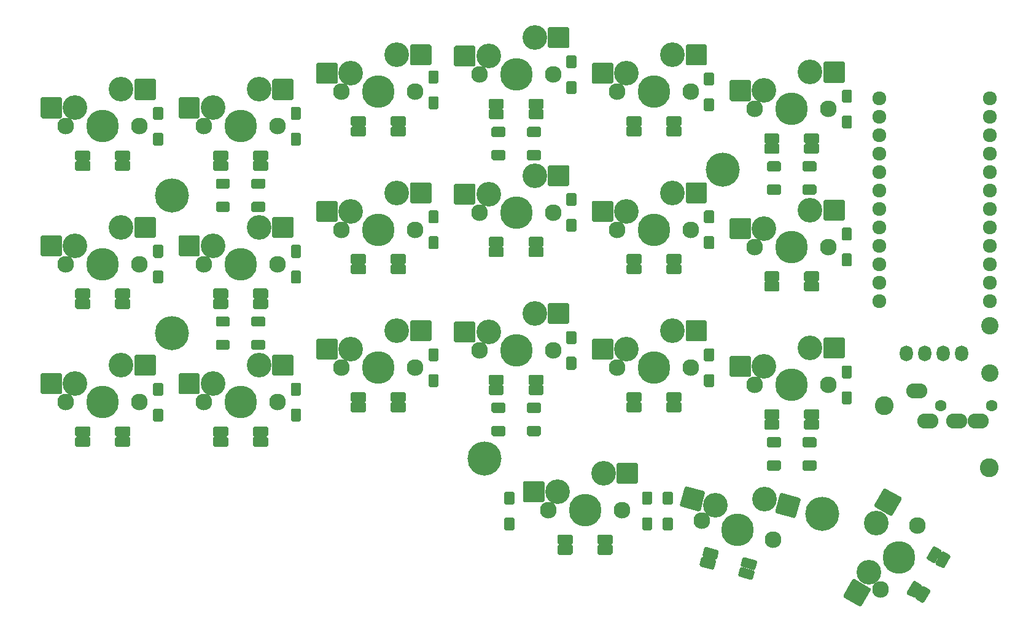
<source format=gbs>
G04 #@! TF.GenerationSoftware,KiCad,Pcbnew,(5.1.10)-1*
G04 #@! TF.CreationDate,2021-11-26T09:54:24+07:00*
G04 #@! TF.ProjectId,corne-cherry,636f726e-652d-4636-9865-7272792e6b69,3.0.1*
G04 #@! TF.SameCoordinates,Original*
G04 #@! TF.FileFunction,Soldermask,Bot*
G04 #@! TF.FilePolarity,Negative*
%FSLAX46Y46*%
G04 Gerber Fmt 4.6, Leading zero omitted, Abs format (unit mm)*
G04 Created by KiCad (PCBNEW (5.1.10)-1) date 2021-11-26 09:54:24*
%MOMM*%
%LPD*%
G01*
G04 APERTURE LIST*
%ADD10C,2.600000*%
%ADD11C,4.700000*%
%ADD12C,1.924000*%
%ADD13C,3.400000*%
%ADD14C,2.300000*%
%ADD15C,4.500000*%
%ADD16C,2.400000*%
%ADD17O,1.797000X2.178000*%
%ADD18O,2.900000X2.100000*%
%ADD19C,1.600000*%
G04 APERTURE END LIST*
G36*
G01*
X103622500Y-41954000D02*
X102622500Y-41954000D01*
G75*
G02*
X102422500Y-41754000I0J200000D01*
G01*
X102422500Y-40354000D01*
G75*
G02*
X102622500Y-40154000I200000J0D01*
G01*
X103622500Y-40154000D01*
G75*
G02*
X103822500Y-40354000I0J-200000D01*
G01*
X103822500Y-41754000D01*
G75*
G02*
X103622500Y-41954000I-200000J0D01*
G01*
G37*
G36*
G01*
X103622500Y-45504000D02*
X102622500Y-45504000D01*
G75*
G02*
X102422500Y-45304000I0J200000D01*
G01*
X102422500Y-43904000D01*
G75*
G02*
X102622500Y-43704000I200000J0D01*
G01*
X103622500Y-43704000D01*
G75*
G02*
X103822500Y-43904000I0J-200000D01*
G01*
X103822500Y-45304000D01*
G75*
G02*
X103622500Y-45504000I-200000J0D01*
G01*
G37*
G36*
G01*
X46649500Y-68075875D02*
X45649500Y-68075875D01*
G75*
G02*
X45449500Y-67875875I0J200000D01*
G01*
X45449500Y-66475875D01*
G75*
G02*
X45649500Y-66275875I200000J0D01*
G01*
X46649500Y-66275875D01*
G75*
G02*
X46849500Y-66475875I0J-200000D01*
G01*
X46849500Y-67875875D01*
G75*
G02*
X46649500Y-68075875I-200000J0D01*
G01*
G37*
G36*
G01*
X46649500Y-71625875D02*
X45649500Y-71625875D01*
G75*
G02*
X45449500Y-71425875I0J200000D01*
G01*
X45449500Y-70025875D01*
G75*
G02*
X45649500Y-69825875I200000J0D01*
G01*
X46649500Y-69825875D01*
G75*
G02*
X46849500Y-70025875I0J-200000D01*
G01*
X46849500Y-71425875D01*
G75*
G02*
X46649500Y-71625875I-200000J0D01*
G01*
G37*
G36*
G01*
X103622500Y-60954000D02*
X102622500Y-60954000D01*
G75*
G02*
X102422500Y-60754000I0J200000D01*
G01*
X102422500Y-59354000D01*
G75*
G02*
X102622500Y-59154000I200000J0D01*
G01*
X103622500Y-59154000D01*
G75*
G02*
X103822500Y-59354000I0J-200000D01*
G01*
X103822500Y-60754000D01*
G75*
G02*
X103622500Y-60954000I-200000J0D01*
G01*
G37*
G36*
G01*
X103622500Y-64504000D02*
X102622500Y-64504000D01*
G75*
G02*
X102422500Y-64304000I0J200000D01*
G01*
X102422500Y-62904000D01*
G75*
G02*
X102622500Y-62704000I200000J0D01*
G01*
X103622500Y-62704000D01*
G75*
G02*
X103822500Y-62904000I0J-200000D01*
G01*
X103822500Y-64304000D01*
G75*
G02*
X103622500Y-64504000I-200000J0D01*
G01*
G37*
G36*
G01*
X116922500Y-83064000D02*
X115922500Y-83064000D01*
G75*
G02*
X115722500Y-82864000I0J200000D01*
G01*
X115722500Y-81464000D01*
G75*
G02*
X115922500Y-81264000I200000J0D01*
G01*
X116922500Y-81264000D01*
G75*
G02*
X117122500Y-81464000I0J-200000D01*
G01*
X117122500Y-82864000D01*
G75*
G02*
X116922500Y-83064000I-200000J0D01*
G01*
G37*
G36*
G01*
X116922500Y-86614000D02*
X115922500Y-86614000D01*
G75*
G02*
X115722500Y-86414000I0J200000D01*
G01*
X115722500Y-85014000D01*
G75*
G02*
X115922500Y-84814000I200000J0D01*
G01*
X116922500Y-84814000D01*
G75*
G02*
X117122500Y-85014000I0J-200000D01*
G01*
X117122500Y-86414000D01*
G75*
G02*
X116922500Y-86614000I-200000J0D01*
G01*
G37*
G36*
G01*
X84622500Y-63329000D02*
X83622500Y-63329000D01*
G75*
G02*
X83422500Y-63129000I0J200000D01*
G01*
X83422500Y-61729000D01*
G75*
G02*
X83622500Y-61529000I200000J0D01*
G01*
X84622500Y-61529000D01*
G75*
G02*
X84822500Y-61729000I0J-200000D01*
G01*
X84822500Y-63129000D01*
G75*
G02*
X84622500Y-63329000I-200000J0D01*
G01*
G37*
G36*
G01*
X84622500Y-66879000D02*
X83622500Y-66879000D01*
G75*
G02*
X83422500Y-66679000I0J200000D01*
G01*
X83422500Y-65279000D01*
G75*
G02*
X83622500Y-65079000I200000J0D01*
G01*
X84622500Y-65079000D01*
G75*
G02*
X84822500Y-65279000I0J-200000D01*
G01*
X84822500Y-66679000D01*
G75*
G02*
X84622500Y-66879000I-200000J0D01*
G01*
G37*
G36*
G01*
X122622500Y-63329000D02*
X121622500Y-63329000D01*
G75*
G02*
X121422500Y-63129000I0J200000D01*
G01*
X121422500Y-61729000D01*
G75*
G02*
X121622500Y-61529000I200000J0D01*
G01*
X122622500Y-61529000D01*
G75*
G02*
X122822500Y-61729000I0J-200000D01*
G01*
X122822500Y-63129000D01*
G75*
G02*
X122622500Y-63329000I-200000J0D01*
G01*
G37*
G36*
G01*
X122622500Y-66879000D02*
X121622500Y-66879000D01*
G75*
G02*
X121422500Y-66679000I0J200000D01*
G01*
X121422500Y-65279000D01*
G75*
G02*
X121622500Y-65079000I200000J0D01*
G01*
X122622500Y-65079000D01*
G75*
G02*
X122822500Y-65279000I0J-200000D01*
G01*
X122822500Y-66679000D01*
G75*
G02*
X122622500Y-66879000I-200000J0D01*
G01*
G37*
G36*
G01*
X114079500Y-83064000D02*
X113079500Y-83064000D01*
G75*
G02*
X112879500Y-82864000I0J200000D01*
G01*
X112879500Y-81464000D01*
G75*
G02*
X113079500Y-81264000I200000J0D01*
G01*
X114079500Y-81264000D01*
G75*
G02*
X114279500Y-81464000I0J-200000D01*
G01*
X114279500Y-82864000D01*
G75*
G02*
X114079500Y-83064000I-200000J0D01*
G01*
G37*
G36*
G01*
X114079500Y-86614000D02*
X113079500Y-86614000D01*
G75*
G02*
X112879500Y-86414000I0J200000D01*
G01*
X112879500Y-85014000D01*
G75*
G02*
X113079500Y-84814000I200000J0D01*
G01*
X114079500Y-84814000D01*
G75*
G02*
X114279500Y-85014000I0J-200000D01*
G01*
X114279500Y-86414000D01*
G75*
G02*
X114079500Y-86614000I-200000J0D01*
G01*
G37*
G36*
G01*
X65649500Y-68079000D02*
X64649500Y-68079000D01*
G75*
G02*
X64449500Y-67879000I0J200000D01*
G01*
X64449500Y-66479000D01*
G75*
G02*
X64649500Y-66279000I200000J0D01*
G01*
X65649500Y-66279000D01*
G75*
G02*
X65849500Y-66479000I0J-200000D01*
G01*
X65849500Y-67879000D01*
G75*
G02*
X65649500Y-68079000I-200000J0D01*
G01*
G37*
G36*
G01*
X65649500Y-71629000D02*
X64649500Y-71629000D01*
G75*
G02*
X64449500Y-71429000I0J200000D01*
G01*
X64449500Y-70029000D01*
G75*
G02*
X64649500Y-69829000I200000J0D01*
G01*
X65649500Y-69829000D01*
G75*
G02*
X65849500Y-70029000I0J-200000D01*
G01*
X65849500Y-71429000D01*
G75*
G02*
X65649500Y-71629000I-200000J0D01*
G01*
G37*
G36*
G01*
X46649500Y-49075875D02*
X45649500Y-49075875D01*
G75*
G02*
X45449500Y-48875875I0J200000D01*
G01*
X45449500Y-47475875D01*
G75*
G02*
X45649500Y-47275875I200000J0D01*
G01*
X46649500Y-47275875D01*
G75*
G02*
X46849500Y-47475875I0J-200000D01*
G01*
X46849500Y-48875875D01*
G75*
G02*
X46649500Y-49075875I-200000J0D01*
G01*
G37*
G36*
G01*
X46649500Y-52625875D02*
X45649500Y-52625875D01*
G75*
G02*
X45449500Y-52425875I0J200000D01*
G01*
X45449500Y-51025875D01*
G75*
G02*
X45649500Y-50825875I200000J0D01*
G01*
X46649500Y-50825875D01*
G75*
G02*
X46849500Y-51025875I0J-200000D01*
G01*
X46849500Y-52425875D01*
G75*
G02*
X46649500Y-52625875I-200000J0D01*
G01*
G37*
G36*
G01*
X65649500Y-49079000D02*
X64649500Y-49079000D01*
G75*
G02*
X64449500Y-48879000I0J200000D01*
G01*
X64449500Y-47479000D01*
G75*
G02*
X64649500Y-47279000I200000J0D01*
G01*
X65649500Y-47279000D01*
G75*
G02*
X65849500Y-47479000I0J-200000D01*
G01*
X65849500Y-48879000D01*
G75*
G02*
X65649500Y-49079000I-200000J0D01*
G01*
G37*
G36*
G01*
X65649500Y-52629000D02*
X64649500Y-52629000D01*
G75*
G02*
X64449500Y-52429000I0J200000D01*
G01*
X64449500Y-51029000D01*
G75*
G02*
X64649500Y-50829000I200000J0D01*
G01*
X65649500Y-50829000D01*
G75*
G02*
X65849500Y-51029000I0J-200000D01*
G01*
X65849500Y-52429000D01*
G75*
G02*
X65649500Y-52629000I-200000J0D01*
G01*
G37*
G36*
G01*
X95072500Y-83069000D02*
X94072500Y-83069000D01*
G75*
G02*
X93872500Y-82869000I0J200000D01*
G01*
X93872500Y-81469000D01*
G75*
G02*
X94072500Y-81269000I200000J0D01*
G01*
X95072500Y-81269000D01*
G75*
G02*
X95272500Y-81469000I0J-200000D01*
G01*
X95272500Y-82869000D01*
G75*
G02*
X95072500Y-83069000I-200000J0D01*
G01*
G37*
G36*
G01*
X95072500Y-86619000D02*
X94072500Y-86619000D01*
G75*
G02*
X93872500Y-86419000I0J200000D01*
G01*
X93872500Y-85019000D01*
G75*
G02*
X94072500Y-84819000I200000J0D01*
G01*
X95072500Y-84819000D01*
G75*
G02*
X95272500Y-85019000I0J-200000D01*
G01*
X95272500Y-86419000D01*
G75*
G02*
X95072500Y-86619000I-200000J0D01*
G01*
G37*
G36*
G01*
X141622500Y-65704000D02*
X140622500Y-65704000D01*
G75*
G02*
X140422500Y-65504000I0J200000D01*
G01*
X140422500Y-64104000D01*
G75*
G02*
X140622500Y-63904000I200000J0D01*
G01*
X141622500Y-63904000D01*
G75*
G02*
X141822500Y-64104000I0J-200000D01*
G01*
X141822500Y-65504000D01*
G75*
G02*
X141622500Y-65704000I-200000J0D01*
G01*
G37*
G36*
G01*
X141622500Y-69254000D02*
X140622500Y-69254000D01*
G75*
G02*
X140422500Y-69054000I0J200000D01*
G01*
X140422500Y-67654000D01*
G75*
G02*
X140622500Y-67454000I200000J0D01*
G01*
X141622500Y-67454000D01*
G75*
G02*
X141822500Y-67654000I0J-200000D01*
G01*
X141822500Y-69054000D01*
G75*
G02*
X141622500Y-69254000I-200000J0D01*
G01*
G37*
G36*
G01*
X141622500Y-46704000D02*
X140622500Y-46704000D01*
G75*
G02*
X140422500Y-46504000I0J200000D01*
G01*
X140422500Y-45104000D01*
G75*
G02*
X140622500Y-44904000I200000J0D01*
G01*
X141622500Y-44904000D01*
G75*
G02*
X141822500Y-45104000I0J-200000D01*
G01*
X141822500Y-46504000D01*
G75*
G02*
X141622500Y-46704000I-200000J0D01*
G01*
G37*
G36*
G01*
X141622500Y-50254000D02*
X140622500Y-50254000D01*
G75*
G02*
X140422500Y-50054000I0J200000D01*
G01*
X140422500Y-48654000D01*
G75*
G02*
X140622500Y-48454000I200000J0D01*
G01*
X141622500Y-48454000D01*
G75*
G02*
X141822500Y-48654000I0J-200000D01*
G01*
X141822500Y-50054000D01*
G75*
G02*
X141622500Y-50254000I-200000J0D01*
G01*
G37*
D10*
X160716500Y-77949000D03*
X146284500Y-69428000D03*
D11*
X137745500Y-84309000D03*
X91179500Y-76694500D03*
X123990500Y-36939500D03*
X48022500Y-59454000D03*
G36*
G01*
X46649500Y-30075875D02*
X45649500Y-30075875D01*
G75*
G02*
X45449500Y-29875875I0J200000D01*
G01*
X45449500Y-28475875D01*
G75*
G02*
X45649500Y-28275875I200000J0D01*
G01*
X46649500Y-28275875D01*
G75*
G02*
X46849500Y-28475875I0J-200000D01*
G01*
X46849500Y-29875875D01*
G75*
G02*
X46649500Y-30075875I-200000J0D01*
G01*
G37*
G36*
G01*
X46649500Y-33625875D02*
X45649500Y-33625875D01*
G75*
G02*
X45449500Y-33425875I0J200000D01*
G01*
X45449500Y-32025875D01*
G75*
G02*
X45649500Y-31825875I200000J0D01*
G01*
X46649500Y-31825875D01*
G75*
G02*
X46849500Y-32025875I0J-200000D01*
G01*
X46849500Y-33425875D01*
G75*
G02*
X46649500Y-33625875I-200000J0D01*
G01*
G37*
G36*
G01*
X84622500Y-25079000D02*
X83622500Y-25079000D01*
G75*
G02*
X83422500Y-24879000I0J200000D01*
G01*
X83422500Y-23479000D01*
G75*
G02*
X83622500Y-23279000I200000J0D01*
G01*
X84622500Y-23279000D01*
G75*
G02*
X84822500Y-23479000I0J-200000D01*
G01*
X84822500Y-24879000D01*
G75*
G02*
X84622500Y-25079000I-200000J0D01*
G01*
G37*
G36*
G01*
X84622500Y-28629000D02*
X83622500Y-28629000D01*
G75*
G02*
X83422500Y-28429000I0J200000D01*
G01*
X83422500Y-27029000D01*
G75*
G02*
X83622500Y-26829000I200000J0D01*
G01*
X84622500Y-26829000D01*
G75*
G02*
X84822500Y-27029000I0J-200000D01*
G01*
X84822500Y-28429000D01*
G75*
G02*
X84622500Y-28629000I-200000J0D01*
G01*
G37*
G36*
G01*
X103622500Y-22954000D02*
X102622500Y-22954000D01*
G75*
G02*
X102422500Y-22754000I0J200000D01*
G01*
X102422500Y-21354000D01*
G75*
G02*
X102622500Y-21154000I200000J0D01*
G01*
X103622500Y-21154000D01*
G75*
G02*
X103822500Y-21354000I0J-200000D01*
G01*
X103822500Y-22754000D01*
G75*
G02*
X103622500Y-22954000I-200000J0D01*
G01*
G37*
G36*
G01*
X103622500Y-26504000D02*
X102622500Y-26504000D01*
G75*
G02*
X102422500Y-26304000I0J200000D01*
G01*
X102422500Y-24904000D01*
G75*
G02*
X102622500Y-24704000I200000J0D01*
G01*
X103622500Y-24704000D01*
G75*
G02*
X103822500Y-24904000I0J-200000D01*
G01*
X103822500Y-26304000D01*
G75*
G02*
X103622500Y-26504000I-200000J0D01*
G01*
G37*
G36*
G01*
X141622500Y-27704000D02*
X140622500Y-27704000D01*
G75*
G02*
X140422500Y-27504000I0J200000D01*
G01*
X140422500Y-26104000D01*
G75*
G02*
X140622500Y-25904000I200000J0D01*
G01*
X141622500Y-25904000D01*
G75*
G02*
X141822500Y-26104000I0J-200000D01*
G01*
X141822500Y-27504000D01*
G75*
G02*
X141622500Y-27704000I-200000J0D01*
G01*
G37*
G36*
G01*
X141622500Y-31254000D02*
X140622500Y-31254000D01*
G75*
G02*
X140422500Y-31054000I0J200000D01*
G01*
X140422500Y-29654000D01*
G75*
G02*
X140622500Y-29454000I200000J0D01*
G01*
X141622500Y-29454000D01*
G75*
G02*
X141822500Y-29654000I0J-200000D01*
G01*
X141822500Y-31054000D01*
G75*
G02*
X141622500Y-31254000I-200000J0D01*
G01*
G37*
G36*
G01*
X122622500Y-25329000D02*
X121622500Y-25329000D01*
G75*
G02*
X121422500Y-25129000I0J200000D01*
G01*
X121422500Y-23729000D01*
G75*
G02*
X121622500Y-23529000I200000J0D01*
G01*
X122622500Y-23529000D01*
G75*
G02*
X122822500Y-23729000I0J-200000D01*
G01*
X122822500Y-25129000D01*
G75*
G02*
X122622500Y-25329000I-200000J0D01*
G01*
G37*
G36*
G01*
X122622500Y-28879000D02*
X121622500Y-28879000D01*
G75*
G02*
X121422500Y-28679000I0J200000D01*
G01*
X121422500Y-27279000D01*
G75*
G02*
X121622500Y-27079000I200000J0D01*
G01*
X122622500Y-27079000D01*
G75*
G02*
X122822500Y-27279000I0J-200000D01*
G01*
X122822500Y-28679000D01*
G75*
G02*
X122622500Y-28879000I-200000J0D01*
G01*
G37*
G36*
G01*
X65649500Y-30079000D02*
X64649500Y-30079000D01*
G75*
G02*
X64449500Y-29879000I0J200000D01*
G01*
X64449500Y-28479000D01*
G75*
G02*
X64649500Y-28279000I200000J0D01*
G01*
X65649500Y-28279000D01*
G75*
G02*
X65849500Y-28479000I0J-200000D01*
G01*
X65849500Y-29879000D01*
G75*
G02*
X65649500Y-30079000I-200000J0D01*
G01*
G37*
G36*
G01*
X65649500Y-33629000D02*
X64649500Y-33629000D01*
G75*
G02*
X64449500Y-33429000I0J200000D01*
G01*
X64449500Y-32029000D01*
G75*
G02*
X64649500Y-31829000I200000J0D01*
G01*
X65649500Y-31829000D01*
G75*
G02*
X65849500Y-32029000I0J-200000D01*
G01*
X65849500Y-33429000D01*
G75*
G02*
X65649500Y-33629000I-200000J0D01*
G01*
G37*
G36*
G01*
X122622500Y-44329000D02*
X121622500Y-44329000D01*
G75*
G02*
X121422500Y-44129000I0J200000D01*
G01*
X121422500Y-42729000D01*
G75*
G02*
X121622500Y-42529000I200000J0D01*
G01*
X122622500Y-42529000D01*
G75*
G02*
X122822500Y-42729000I0J-200000D01*
G01*
X122822500Y-44129000D01*
G75*
G02*
X122622500Y-44329000I-200000J0D01*
G01*
G37*
G36*
G01*
X122622500Y-47879000D02*
X121622500Y-47879000D01*
G75*
G02*
X121422500Y-47679000I0J200000D01*
G01*
X121422500Y-46279000D01*
G75*
G02*
X121622500Y-46079000I200000J0D01*
G01*
X122622500Y-46079000D01*
G75*
G02*
X122822500Y-46279000I0J-200000D01*
G01*
X122822500Y-47679000D01*
G75*
G02*
X122622500Y-47879000I-200000J0D01*
G01*
G37*
G36*
G01*
X84622500Y-44329000D02*
X83622500Y-44329000D01*
G75*
G02*
X83422500Y-44129000I0J200000D01*
G01*
X83422500Y-42729000D01*
G75*
G02*
X83622500Y-42529000I200000J0D01*
G01*
X84622500Y-42529000D01*
G75*
G02*
X84822500Y-42729000I0J-200000D01*
G01*
X84822500Y-44129000D01*
G75*
G02*
X84622500Y-44329000I-200000J0D01*
G01*
G37*
G36*
G01*
X84622500Y-47879000D02*
X83622500Y-47879000D01*
G75*
G02*
X83422500Y-47679000I0J200000D01*
G01*
X83422500Y-46279000D01*
G75*
G02*
X83622500Y-46079000I200000J0D01*
G01*
X84622500Y-46079000D01*
G75*
G02*
X84822500Y-46279000I0J-200000D01*
G01*
X84822500Y-47679000D01*
G75*
G02*
X84622500Y-47879000I-200000J0D01*
G01*
G37*
G36*
G01*
X136922500Y-73979000D02*
X136922500Y-74979000D01*
G75*
G02*
X136722500Y-75179000I-200000J0D01*
G01*
X135222500Y-75179000D01*
G75*
G02*
X135022500Y-74979000I0J200000D01*
G01*
X135022500Y-73979000D01*
G75*
G02*
X135222500Y-73779000I200000J0D01*
G01*
X136722500Y-73779000D01*
G75*
G02*
X136922500Y-73979000I0J-200000D01*
G01*
G37*
G36*
G01*
X136922500Y-77179000D02*
X136922500Y-78179000D01*
G75*
G02*
X136722500Y-78379000I-200000J0D01*
G01*
X135222500Y-78379000D01*
G75*
G02*
X135022500Y-78179000I0J200000D01*
G01*
X135022500Y-77179000D01*
G75*
G02*
X135222500Y-76979000I200000J0D01*
G01*
X136722500Y-76979000D01*
G75*
G02*
X136922500Y-77179000I0J-200000D01*
G01*
G37*
G36*
G01*
X132022500Y-73979000D02*
X132022500Y-74979000D01*
G75*
G02*
X131822500Y-75179000I-200000J0D01*
G01*
X130322500Y-75179000D01*
G75*
G02*
X130122500Y-74979000I0J200000D01*
G01*
X130122500Y-73979000D01*
G75*
G02*
X130322500Y-73779000I200000J0D01*
G01*
X131822500Y-73779000D01*
G75*
G02*
X132022500Y-73979000I0J-200000D01*
G01*
G37*
G36*
G01*
X132022500Y-77179000D02*
X132022500Y-78179000D01*
G75*
G02*
X131822500Y-78379000I-200000J0D01*
G01*
X130322500Y-78379000D01*
G75*
G02*
X130122500Y-78179000I0J200000D01*
G01*
X130122500Y-77179000D01*
G75*
G02*
X130322500Y-76979000I200000J0D01*
G01*
X131822500Y-76979000D01*
G75*
G02*
X132022500Y-77179000I0J-200000D01*
G01*
G37*
X48022500Y-40454000D03*
D12*
X145618900Y-27116000D03*
X145618900Y-29656000D03*
X145618900Y-32196000D03*
X145618900Y-34736000D03*
X145618900Y-37276000D03*
X145618900Y-39816000D03*
X145618900Y-42356000D03*
X145618900Y-44896000D03*
X145618900Y-47436000D03*
X145618900Y-49976000D03*
X145618900Y-52516000D03*
X145618900Y-55056000D03*
X160838900Y-55056000D03*
X160838900Y-52516000D03*
X160838900Y-49976000D03*
X160838900Y-47436000D03*
X160838900Y-44896000D03*
X160838900Y-42356000D03*
X160838900Y-39816000D03*
X160838900Y-37276000D03*
X160838900Y-34736000D03*
X160838900Y-32196000D03*
X160838900Y-29656000D03*
X160838900Y-27116000D03*
D13*
X145143091Y-85589295D03*
X144167795Y-92358557D03*
G36*
G01*
X146449059Y-80827293D02*
X148614123Y-82077293D01*
G75*
G02*
X148687328Y-82350498I-100000J-173205D01*
G01*
X147412328Y-84558862D01*
G75*
G02*
X147139123Y-84632067I-173205J100000D01*
G01*
X144974059Y-83382067D01*
G75*
G02*
X144900854Y-83108862I100000J173205D01*
G01*
X146175854Y-80900498D01*
G75*
G02*
X146449059Y-80827293I173205J-100000D01*
G01*
G37*
D14*
X145732500Y-94728409D03*
X150812500Y-85929591D03*
D15*
X148272500Y-90329000D03*
G36*
G01*
X142185263Y-93292403D02*
X144350327Y-94542403D01*
G75*
G02*
X144423532Y-94815608I-100000J-173205D01*
G01*
X143148532Y-97023972D01*
G75*
G02*
X142875327Y-97097177I-173205J100000D01*
G01*
X140710263Y-95847177D01*
G75*
G02*
X140637058Y-95573972I100000J173205D01*
G01*
X141912058Y-93365608D01*
G75*
G02*
X142185263Y-93292403I173205J-100000D01*
G01*
G37*
G36*
G01*
X60922500Y-38354000D02*
X60922500Y-39354000D01*
G75*
G02*
X60722500Y-39554000I-200000J0D01*
G01*
X59222500Y-39554000D01*
G75*
G02*
X59022500Y-39354000I0J200000D01*
G01*
X59022500Y-38354000D01*
G75*
G02*
X59222500Y-38154000I200000J0D01*
G01*
X60722500Y-38154000D01*
G75*
G02*
X60922500Y-38354000I0J-200000D01*
G01*
G37*
G36*
G01*
X60922500Y-41554000D02*
X60922500Y-42554000D01*
G75*
G02*
X60722500Y-42754000I-200000J0D01*
G01*
X59222500Y-42754000D01*
G75*
G02*
X59022500Y-42554000I0J200000D01*
G01*
X59022500Y-41554000D01*
G75*
G02*
X59222500Y-41354000I200000J0D01*
G01*
X60722500Y-41354000D01*
G75*
G02*
X60922500Y-41554000I0J-200000D01*
G01*
G37*
G36*
G01*
X56022500Y-38354000D02*
X56022500Y-39354000D01*
G75*
G02*
X55822500Y-39554000I-200000J0D01*
G01*
X54322500Y-39554000D01*
G75*
G02*
X54122500Y-39354000I0J200000D01*
G01*
X54122500Y-38354000D01*
G75*
G02*
X54322500Y-38154000I200000J0D01*
G01*
X55822500Y-38154000D01*
G75*
G02*
X56022500Y-38354000I0J-200000D01*
G01*
G37*
G36*
G01*
X56022500Y-41554000D02*
X56022500Y-42554000D01*
G75*
G02*
X55822500Y-42754000I-200000J0D01*
G01*
X54322500Y-42754000D01*
G75*
G02*
X54122500Y-42554000I0J200000D01*
G01*
X54122500Y-41554000D01*
G75*
G02*
X54322500Y-41354000I200000J0D01*
G01*
X55822500Y-41354000D01*
G75*
G02*
X56022500Y-41554000I0J-200000D01*
G01*
G37*
D16*
X160839500Y-58455000D03*
X160839500Y-64955000D03*
G36*
G01*
X60922500Y-57354000D02*
X60922500Y-58354000D01*
G75*
G02*
X60722500Y-58554000I-200000J0D01*
G01*
X59222500Y-58554000D01*
G75*
G02*
X59022500Y-58354000I0J200000D01*
G01*
X59022500Y-57354000D01*
G75*
G02*
X59222500Y-57154000I200000J0D01*
G01*
X60722500Y-57154000D01*
G75*
G02*
X60922500Y-57354000I0J-200000D01*
G01*
G37*
G36*
G01*
X60922500Y-60554000D02*
X60922500Y-61554000D01*
G75*
G02*
X60722500Y-61754000I-200000J0D01*
G01*
X59222500Y-61754000D01*
G75*
G02*
X59022500Y-61554000I0J200000D01*
G01*
X59022500Y-60554000D01*
G75*
G02*
X59222500Y-60354000I200000J0D01*
G01*
X60722500Y-60354000D01*
G75*
G02*
X60922500Y-60554000I0J-200000D01*
G01*
G37*
G36*
G01*
X56022500Y-57354000D02*
X56022500Y-58354000D01*
G75*
G02*
X55822500Y-58554000I-200000J0D01*
G01*
X54322500Y-58554000D01*
G75*
G02*
X54122500Y-58354000I0J200000D01*
G01*
X54122500Y-57354000D01*
G75*
G02*
X54322500Y-57154000I200000J0D01*
G01*
X55822500Y-57154000D01*
G75*
G02*
X56022500Y-57354000I0J-200000D01*
G01*
G37*
G36*
G01*
X56022500Y-60554000D02*
X56022500Y-61554000D01*
G75*
G02*
X55822500Y-61754000I-200000J0D01*
G01*
X54322500Y-61754000D01*
G75*
G02*
X54122500Y-61554000I0J200000D01*
G01*
X54122500Y-60554000D01*
G75*
G02*
X54322500Y-60354000I200000J0D01*
G01*
X55822500Y-60354000D01*
G75*
G02*
X56022500Y-60554000I0J-200000D01*
G01*
G37*
D17*
X156983500Y-62202000D03*
X154443500Y-62202000D03*
X151903500Y-62202000D03*
X149363500Y-62202000D03*
G36*
G01*
X98922500Y-69229000D02*
X98922500Y-70229000D01*
G75*
G02*
X98722500Y-70429000I-200000J0D01*
G01*
X97222500Y-70429000D01*
G75*
G02*
X97022500Y-70229000I0J200000D01*
G01*
X97022500Y-69229000D01*
G75*
G02*
X97222500Y-69029000I200000J0D01*
G01*
X98722500Y-69029000D01*
G75*
G02*
X98922500Y-69229000I0J-200000D01*
G01*
G37*
G36*
G01*
X98922500Y-72429000D02*
X98922500Y-73429000D01*
G75*
G02*
X98722500Y-73629000I-200000J0D01*
G01*
X97222500Y-73629000D01*
G75*
G02*
X97022500Y-73429000I0J200000D01*
G01*
X97022500Y-72429000D01*
G75*
G02*
X97222500Y-72229000I200000J0D01*
G01*
X98722500Y-72229000D01*
G75*
G02*
X98922500Y-72429000I0J-200000D01*
G01*
G37*
G36*
G01*
X94022500Y-69229000D02*
X94022500Y-70229000D01*
G75*
G02*
X93822500Y-70429000I-200000J0D01*
G01*
X92322500Y-70429000D01*
G75*
G02*
X92122500Y-70229000I0J200000D01*
G01*
X92122500Y-69229000D01*
G75*
G02*
X92322500Y-69029000I200000J0D01*
G01*
X93822500Y-69029000D01*
G75*
G02*
X94022500Y-69229000I0J-200000D01*
G01*
G37*
G36*
G01*
X94022500Y-72429000D02*
X94022500Y-73429000D01*
G75*
G02*
X93822500Y-73629000I-200000J0D01*
G01*
X92322500Y-73629000D01*
G75*
G02*
X92122500Y-73429000I0J200000D01*
G01*
X92122500Y-72429000D01*
G75*
G02*
X92322500Y-72229000I200000J0D01*
G01*
X93822500Y-72229000D01*
G75*
G02*
X94022500Y-72429000I0J-200000D01*
G01*
G37*
D18*
X150749500Y-67366000D03*
X152249500Y-71566000D03*
X156249500Y-71566000D03*
X159249500Y-71566000D03*
D19*
X154049500Y-69466000D03*
X161049500Y-69466000D03*
G36*
G01*
X98922500Y-31229000D02*
X98922500Y-32229000D01*
G75*
G02*
X98722500Y-32429000I-200000J0D01*
G01*
X97222500Y-32429000D01*
G75*
G02*
X97022500Y-32229000I0J200000D01*
G01*
X97022500Y-31229000D01*
G75*
G02*
X97222500Y-31029000I200000J0D01*
G01*
X98722500Y-31029000D01*
G75*
G02*
X98922500Y-31229000I0J-200000D01*
G01*
G37*
G36*
G01*
X98922500Y-34429000D02*
X98922500Y-35429000D01*
G75*
G02*
X98722500Y-35629000I-200000J0D01*
G01*
X97222500Y-35629000D01*
G75*
G02*
X97022500Y-35429000I0J200000D01*
G01*
X97022500Y-34429000D01*
G75*
G02*
X97222500Y-34229000I200000J0D01*
G01*
X98722500Y-34229000D01*
G75*
G02*
X98922500Y-34429000I0J-200000D01*
G01*
G37*
G36*
G01*
X94022500Y-31229000D02*
X94022500Y-32229000D01*
G75*
G02*
X93822500Y-32429000I-200000J0D01*
G01*
X92322500Y-32429000D01*
G75*
G02*
X92122500Y-32229000I0J200000D01*
G01*
X92122500Y-31229000D01*
G75*
G02*
X92322500Y-31029000I200000J0D01*
G01*
X93822500Y-31029000D01*
G75*
G02*
X94022500Y-31229000I0J-200000D01*
G01*
G37*
G36*
G01*
X94022500Y-34429000D02*
X94022500Y-35429000D01*
G75*
G02*
X93822500Y-35629000I-200000J0D01*
G01*
X92322500Y-35629000D01*
G75*
G02*
X92122500Y-35429000I0J200000D01*
G01*
X92122500Y-34429000D01*
G75*
G02*
X92322500Y-34229000I200000J0D01*
G01*
X93822500Y-34229000D01*
G75*
G02*
X94022500Y-34429000I0J-200000D01*
G01*
G37*
G36*
G01*
X136922500Y-35979000D02*
X136922500Y-36979000D01*
G75*
G02*
X136722500Y-37179000I-200000J0D01*
G01*
X135222500Y-37179000D01*
G75*
G02*
X135022500Y-36979000I0J200000D01*
G01*
X135022500Y-35979000D01*
G75*
G02*
X135222500Y-35779000I200000J0D01*
G01*
X136722500Y-35779000D01*
G75*
G02*
X136922500Y-35979000I0J-200000D01*
G01*
G37*
G36*
G01*
X136922500Y-39179000D02*
X136922500Y-40179000D01*
G75*
G02*
X136722500Y-40379000I-200000J0D01*
G01*
X135222500Y-40379000D01*
G75*
G02*
X135022500Y-40179000I0J200000D01*
G01*
X135022500Y-39179000D01*
G75*
G02*
X135222500Y-38979000I200000J0D01*
G01*
X136722500Y-38979000D01*
G75*
G02*
X136922500Y-39179000I0J-200000D01*
G01*
G37*
G36*
G01*
X132022500Y-35979000D02*
X132022500Y-36979000D01*
G75*
G02*
X131822500Y-37179000I-200000J0D01*
G01*
X130322500Y-37179000D01*
G75*
G02*
X130122500Y-36979000I0J200000D01*
G01*
X130122500Y-35979000D01*
G75*
G02*
X130322500Y-35779000I200000J0D01*
G01*
X131822500Y-35779000D01*
G75*
G02*
X132022500Y-35979000I0J-200000D01*
G01*
G37*
G36*
G01*
X132022500Y-39179000D02*
X132022500Y-40179000D01*
G75*
G02*
X131822500Y-40379000I-200000J0D01*
G01*
X130322500Y-40379000D01*
G75*
G02*
X130122500Y-40179000I0J200000D01*
G01*
X130122500Y-39179000D01*
G75*
G02*
X130322500Y-38979000I200000J0D01*
G01*
X131822500Y-38979000D01*
G75*
G02*
X132022500Y-39179000I0J-200000D01*
G01*
G37*
D13*
X136062500Y-42499000D03*
X129712500Y-45039000D03*
G36*
G01*
X140839500Y-41249000D02*
X140839500Y-43749000D01*
G75*
G02*
X140639500Y-43949000I-200000J0D01*
G01*
X138089500Y-43949000D01*
G75*
G02*
X137889500Y-43749000I0J200000D01*
G01*
X137889500Y-41249000D01*
G75*
G02*
X138089500Y-41049000I200000J0D01*
G01*
X140639500Y-41049000D01*
G75*
G02*
X140839500Y-41249000I0J-200000D01*
G01*
G37*
D14*
X128442500Y-47579000D03*
X138602500Y-47579000D03*
D15*
X133522500Y-47579000D03*
G36*
G01*
X127912500Y-43789000D02*
X127912500Y-46289000D01*
G75*
G02*
X127712500Y-46489000I-200000J0D01*
G01*
X125162500Y-46489000D01*
G75*
G02*
X124962500Y-46289000I0J200000D01*
G01*
X124962500Y-43789000D01*
G75*
G02*
X125162500Y-43589000I200000J0D01*
G01*
X127712500Y-43589000D01*
G75*
G02*
X127912500Y-43789000I0J-200000D01*
G01*
G37*
D13*
X117062500Y-21124000D03*
X110712500Y-23664000D03*
G36*
G01*
X121839500Y-19874000D02*
X121839500Y-22374000D01*
G75*
G02*
X121639500Y-22574000I-200000J0D01*
G01*
X119089500Y-22574000D01*
G75*
G02*
X118889500Y-22374000I0J200000D01*
G01*
X118889500Y-19874000D01*
G75*
G02*
X119089500Y-19674000I200000J0D01*
G01*
X121639500Y-19674000D01*
G75*
G02*
X121839500Y-19874000I0J-200000D01*
G01*
G37*
D14*
X109442500Y-26204000D03*
X119602500Y-26204000D03*
D15*
X114522500Y-26204000D03*
G36*
G01*
X108912500Y-22414000D02*
X108912500Y-24914000D01*
G75*
G02*
X108712500Y-25114000I-200000J0D01*
G01*
X106162500Y-25114000D01*
G75*
G02*
X105962500Y-24914000I0J200000D01*
G01*
X105962500Y-22414000D01*
G75*
G02*
X106162500Y-22214000I200000J0D01*
G01*
X108712500Y-22214000D01*
G75*
G02*
X108912500Y-22414000I0J-200000D01*
G01*
G37*
D13*
X79062500Y-59124000D03*
X72712500Y-61664000D03*
G36*
G01*
X83839500Y-57874000D02*
X83839500Y-60374000D01*
G75*
G02*
X83639500Y-60574000I-200000J0D01*
G01*
X81089500Y-60574000D01*
G75*
G02*
X80889500Y-60374000I0J200000D01*
G01*
X80889500Y-57874000D01*
G75*
G02*
X81089500Y-57674000I200000J0D01*
G01*
X83639500Y-57674000D01*
G75*
G02*
X83839500Y-57874000I0J-200000D01*
G01*
G37*
D14*
X71442500Y-64204000D03*
X81602500Y-64204000D03*
D15*
X76522500Y-64204000D03*
G36*
G01*
X70912500Y-60414000D02*
X70912500Y-62914000D01*
G75*
G02*
X70712500Y-63114000I-200000J0D01*
G01*
X68162500Y-63114000D01*
G75*
G02*
X67962500Y-62914000I0J200000D01*
G01*
X67962500Y-60414000D01*
G75*
G02*
X68162500Y-60214000I200000J0D01*
G01*
X70712500Y-60214000D01*
G75*
G02*
X70912500Y-60414000I0J-200000D01*
G01*
G37*
D13*
X60062500Y-44874000D03*
X53712500Y-47414000D03*
G36*
G01*
X64839500Y-43624000D02*
X64839500Y-46124000D01*
G75*
G02*
X64639500Y-46324000I-200000J0D01*
G01*
X62089500Y-46324000D01*
G75*
G02*
X61889500Y-46124000I0J200000D01*
G01*
X61889500Y-43624000D01*
G75*
G02*
X62089500Y-43424000I200000J0D01*
G01*
X64639500Y-43424000D01*
G75*
G02*
X64839500Y-43624000I0J-200000D01*
G01*
G37*
D14*
X52442500Y-49954000D03*
X62602500Y-49954000D03*
D15*
X57522500Y-49954000D03*
G36*
G01*
X51912500Y-46164000D02*
X51912500Y-48664000D01*
G75*
G02*
X51712500Y-48864000I-200000J0D01*
G01*
X49162500Y-48864000D01*
G75*
G02*
X48962500Y-48664000I0J200000D01*
G01*
X48962500Y-46164000D01*
G75*
G02*
X49162500Y-45964000I200000J0D01*
G01*
X51712500Y-45964000D01*
G75*
G02*
X51912500Y-46164000I0J-200000D01*
G01*
G37*
D13*
X136062500Y-61499000D03*
X129712500Y-64039000D03*
G36*
G01*
X140839500Y-60249000D02*
X140839500Y-62749000D01*
G75*
G02*
X140639500Y-62949000I-200000J0D01*
G01*
X138089500Y-62949000D01*
G75*
G02*
X137889500Y-62749000I0J200000D01*
G01*
X137889500Y-60249000D01*
G75*
G02*
X138089500Y-60049000I200000J0D01*
G01*
X140639500Y-60049000D01*
G75*
G02*
X140839500Y-60249000I0J-200000D01*
G01*
G37*
D14*
X128442500Y-66579000D03*
X138602500Y-66579000D03*
D15*
X133522500Y-66579000D03*
G36*
G01*
X127912500Y-62789000D02*
X127912500Y-65289000D01*
G75*
G02*
X127712500Y-65489000I-200000J0D01*
G01*
X125162500Y-65489000D01*
G75*
G02*
X124962500Y-65289000I0J200000D01*
G01*
X124962500Y-62789000D01*
G75*
G02*
X125162500Y-62589000I200000J0D01*
G01*
X127712500Y-62589000D01*
G75*
G02*
X127912500Y-62789000I0J-200000D01*
G01*
G37*
D13*
X107562500Y-78749000D03*
X101212500Y-81289000D03*
G36*
G01*
X112339500Y-77499000D02*
X112339500Y-79999000D01*
G75*
G02*
X112139500Y-80199000I-200000J0D01*
G01*
X109589500Y-80199000D01*
G75*
G02*
X109389500Y-79999000I0J200000D01*
G01*
X109389500Y-77499000D01*
G75*
G02*
X109589500Y-77299000I200000J0D01*
G01*
X112139500Y-77299000D01*
G75*
G02*
X112339500Y-77499000I0J-200000D01*
G01*
G37*
D14*
X99942500Y-83829000D03*
X110102500Y-83829000D03*
D15*
X105022500Y-83829000D03*
G36*
G01*
X99412500Y-80039000D02*
X99412500Y-82539000D01*
G75*
G02*
X99212500Y-82739000I-200000J0D01*
G01*
X96662500Y-82739000D01*
G75*
G02*
X96462500Y-82539000I0J200000D01*
G01*
X96462500Y-80039000D01*
G75*
G02*
X96662500Y-79839000I200000J0D01*
G01*
X99212500Y-79839000D01*
G75*
G02*
X99412500Y-80039000I0J-200000D01*
G01*
G37*
D13*
X129790752Y-82329497D03*
X122999723Y-83139448D03*
G36*
G01*
X134728503Y-82358469D02*
X134081456Y-84773284D01*
G75*
G02*
X133836507Y-84914705I-193185J51764D01*
G01*
X131373396Y-84254716D01*
G75*
G02*
X131231975Y-84009767I51764J193185D01*
G01*
X131879022Y-81594952D01*
G75*
G02*
X132123971Y-81453531I193185J-51764D01*
G01*
X134587082Y-82113520D01*
G75*
G02*
X134728503Y-82358469I-51764J-193185D01*
G01*
G37*
D14*
X121115597Y-85264199D03*
X130929403Y-87893801D03*
D15*
X126022500Y-86579000D03*
G36*
G01*
X121584580Y-81466166D02*
X120937533Y-83880981D01*
G75*
G02*
X120692584Y-84022402I-193185J51764D01*
G01*
X118229473Y-83362413D01*
G75*
G02*
X118088052Y-83117464I51764J193185D01*
G01*
X118735099Y-80702649D01*
G75*
G02*
X118980048Y-80561228I193185J-51764D01*
G01*
X121443159Y-81221217D01*
G75*
G02*
X121584580Y-81466166I-51764J-193185D01*
G01*
G37*
D13*
X79062500Y-21124000D03*
X72712500Y-23664000D03*
G36*
G01*
X83839500Y-19874000D02*
X83839500Y-22374000D01*
G75*
G02*
X83639500Y-22574000I-200000J0D01*
G01*
X81089500Y-22574000D01*
G75*
G02*
X80889500Y-22374000I0J200000D01*
G01*
X80889500Y-19874000D01*
G75*
G02*
X81089500Y-19674000I200000J0D01*
G01*
X83639500Y-19674000D01*
G75*
G02*
X83839500Y-19874000I0J-200000D01*
G01*
G37*
D14*
X71442500Y-26204000D03*
X81602500Y-26204000D03*
D15*
X76522500Y-26204000D03*
G36*
G01*
X70912500Y-22414000D02*
X70912500Y-24914000D01*
G75*
G02*
X70712500Y-25114000I-200000J0D01*
G01*
X68162500Y-25114000D01*
G75*
G02*
X67962500Y-24914000I0J200000D01*
G01*
X67962500Y-22414000D01*
G75*
G02*
X68162500Y-22214000I200000J0D01*
G01*
X70712500Y-22214000D01*
G75*
G02*
X70912500Y-22414000I0J-200000D01*
G01*
G37*
D13*
X41062500Y-44874000D03*
X34712500Y-47414000D03*
G36*
G01*
X45839500Y-43624000D02*
X45839500Y-46124000D01*
G75*
G02*
X45639500Y-46324000I-200000J0D01*
G01*
X43089500Y-46324000D01*
G75*
G02*
X42889500Y-46124000I0J200000D01*
G01*
X42889500Y-43624000D01*
G75*
G02*
X43089500Y-43424000I200000J0D01*
G01*
X45639500Y-43424000D01*
G75*
G02*
X45839500Y-43624000I0J-200000D01*
G01*
G37*
D14*
X33442500Y-49954000D03*
X43602500Y-49954000D03*
D15*
X38522500Y-49954000D03*
G36*
G01*
X32912500Y-46164000D02*
X32912500Y-48664000D01*
G75*
G02*
X32712500Y-48864000I-200000J0D01*
G01*
X30162500Y-48864000D01*
G75*
G02*
X29962500Y-48664000I0J200000D01*
G01*
X29962500Y-46164000D01*
G75*
G02*
X30162500Y-45964000I200000J0D01*
G01*
X32712500Y-45964000D01*
G75*
G02*
X32912500Y-46164000I0J-200000D01*
G01*
G37*
D13*
X98062500Y-18749000D03*
X91712500Y-21289000D03*
G36*
G01*
X102839500Y-17499000D02*
X102839500Y-19999000D01*
G75*
G02*
X102639500Y-20199000I-200000J0D01*
G01*
X100089500Y-20199000D01*
G75*
G02*
X99889500Y-19999000I0J200000D01*
G01*
X99889500Y-17499000D01*
G75*
G02*
X100089500Y-17299000I200000J0D01*
G01*
X102639500Y-17299000D01*
G75*
G02*
X102839500Y-17499000I0J-200000D01*
G01*
G37*
D14*
X90442500Y-23829000D03*
X100602500Y-23829000D03*
D15*
X95522500Y-23829000D03*
G36*
G01*
X89912500Y-20039000D02*
X89912500Y-22539000D01*
G75*
G02*
X89712500Y-22739000I-200000J0D01*
G01*
X87162500Y-22739000D01*
G75*
G02*
X86962500Y-22539000I0J200000D01*
G01*
X86962500Y-20039000D01*
G75*
G02*
X87162500Y-19839000I200000J0D01*
G01*
X89712500Y-19839000D01*
G75*
G02*
X89912500Y-20039000I0J-200000D01*
G01*
G37*
D13*
X98062500Y-56749000D03*
X91712500Y-59289000D03*
G36*
G01*
X102839500Y-55499000D02*
X102839500Y-57999000D01*
G75*
G02*
X102639500Y-58199000I-200000J0D01*
G01*
X100089500Y-58199000D01*
G75*
G02*
X99889500Y-57999000I0J200000D01*
G01*
X99889500Y-55499000D01*
G75*
G02*
X100089500Y-55299000I200000J0D01*
G01*
X102639500Y-55299000D01*
G75*
G02*
X102839500Y-55499000I0J-200000D01*
G01*
G37*
D14*
X90442500Y-61829000D03*
X100602500Y-61829000D03*
D15*
X95522500Y-61829000D03*
G36*
G01*
X89912500Y-58039000D02*
X89912500Y-60539000D01*
G75*
G02*
X89712500Y-60739000I-200000J0D01*
G01*
X87162500Y-60739000D01*
G75*
G02*
X86962500Y-60539000I0J200000D01*
G01*
X86962500Y-58039000D01*
G75*
G02*
X87162500Y-57839000I200000J0D01*
G01*
X89712500Y-57839000D01*
G75*
G02*
X89912500Y-58039000I0J-200000D01*
G01*
G37*
D13*
X117062500Y-59124000D03*
X110712500Y-61664000D03*
G36*
G01*
X121839500Y-57874000D02*
X121839500Y-60374000D01*
G75*
G02*
X121639500Y-60574000I-200000J0D01*
G01*
X119089500Y-60574000D01*
G75*
G02*
X118889500Y-60374000I0J200000D01*
G01*
X118889500Y-57874000D01*
G75*
G02*
X119089500Y-57674000I200000J0D01*
G01*
X121639500Y-57674000D01*
G75*
G02*
X121839500Y-57874000I0J-200000D01*
G01*
G37*
D14*
X109442500Y-64204000D03*
X119602500Y-64204000D03*
D15*
X114522500Y-64204000D03*
G36*
G01*
X108912500Y-60414000D02*
X108912500Y-62914000D01*
G75*
G02*
X108712500Y-63114000I-200000J0D01*
G01*
X106162500Y-63114000D01*
G75*
G02*
X105962500Y-62914000I0J200000D01*
G01*
X105962500Y-60414000D01*
G75*
G02*
X106162500Y-60214000I200000J0D01*
G01*
X108712500Y-60214000D01*
G75*
G02*
X108912500Y-60414000I0J-200000D01*
G01*
G37*
D13*
X79062500Y-40124000D03*
X72712500Y-42664000D03*
G36*
G01*
X83839500Y-38874000D02*
X83839500Y-41374000D01*
G75*
G02*
X83639500Y-41574000I-200000J0D01*
G01*
X81089500Y-41574000D01*
G75*
G02*
X80889500Y-41374000I0J200000D01*
G01*
X80889500Y-38874000D01*
G75*
G02*
X81089500Y-38674000I200000J0D01*
G01*
X83639500Y-38674000D01*
G75*
G02*
X83839500Y-38874000I0J-200000D01*
G01*
G37*
D14*
X71442500Y-45204000D03*
X81602500Y-45204000D03*
D15*
X76522500Y-45204000D03*
G36*
G01*
X70912500Y-41414000D02*
X70912500Y-43914000D01*
G75*
G02*
X70712500Y-44114000I-200000J0D01*
G01*
X68162500Y-44114000D01*
G75*
G02*
X67962500Y-43914000I0J200000D01*
G01*
X67962500Y-41414000D01*
G75*
G02*
X68162500Y-41214000I200000J0D01*
G01*
X70712500Y-41214000D01*
G75*
G02*
X70912500Y-41414000I0J-200000D01*
G01*
G37*
D13*
X98062500Y-37749000D03*
X91712500Y-40289000D03*
G36*
G01*
X102839500Y-36499000D02*
X102839500Y-38999000D01*
G75*
G02*
X102639500Y-39199000I-200000J0D01*
G01*
X100089500Y-39199000D01*
G75*
G02*
X99889500Y-38999000I0J200000D01*
G01*
X99889500Y-36499000D01*
G75*
G02*
X100089500Y-36299000I200000J0D01*
G01*
X102639500Y-36299000D01*
G75*
G02*
X102839500Y-36499000I0J-200000D01*
G01*
G37*
D14*
X90442500Y-42829000D03*
X100602500Y-42829000D03*
D15*
X95522500Y-42829000D03*
G36*
G01*
X89912500Y-39039000D02*
X89912500Y-41539000D01*
G75*
G02*
X89712500Y-41739000I-200000J0D01*
G01*
X87162500Y-41739000D01*
G75*
G02*
X86962500Y-41539000I0J200000D01*
G01*
X86962500Y-39039000D01*
G75*
G02*
X87162500Y-38839000I200000J0D01*
G01*
X89712500Y-38839000D01*
G75*
G02*
X89912500Y-39039000I0J-200000D01*
G01*
G37*
D13*
X41062500Y-25874000D03*
X34712500Y-28414000D03*
G36*
G01*
X45839500Y-24624000D02*
X45839500Y-27124000D01*
G75*
G02*
X45639500Y-27324000I-200000J0D01*
G01*
X43089500Y-27324000D01*
G75*
G02*
X42889500Y-27124000I0J200000D01*
G01*
X42889500Y-24624000D01*
G75*
G02*
X43089500Y-24424000I200000J0D01*
G01*
X45639500Y-24424000D01*
G75*
G02*
X45839500Y-24624000I0J-200000D01*
G01*
G37*
D14*
X33442500Y-30954000D03*
X43602500Y-30954000D03*
D15*
X38522500Y-30954000D03*
G36*
G01*
X32912500Y-27164000D02*
X32912500Y-29664000D01*
G75*
G02*
X32712500Y-29864000I-200000J0D01*
G01*
X30162500Y-29864000D01*
G75*
G02*
X29962500Y-29664000I0J200000D01*
G01*
X29962500Y-27164000D01*
G75*
G02*
X30162500Y-26964000I200000J0D01*
G01*
X32712500Y-26964000D01*
G75*
G02*
X32912500Y-27164000I0J-200000D01*
G01*
G37*
D13*
X117062500Y-40124000D03*
X110712500Y-42664000D03*
G36*
G01*
X121839500Y-38874000D02*
X121839500Y-41374000D01*
G75*
G02*
X121639500Y-41574000I-200000J0D01*
G01*
X119089500Y-41574000D01*
G75*
G02*
X118889500Y-41374000I0J200000D01*
G01*
X118889500Y-38874000D01*
G75*
G02*
X119089500Y-38674000I200000J0D01*
G01*
X121639500Y-38674000D01*
G75*
G02*
X121839500Y-38874000I0J-200000D01*
G01*
G37*
D14*
X109442500Y-45204000D03*
X119602500Y-45204000D03*
D15*
X114522500Y-45204000D03*
G36*
G01*
X108912500Y-41414000D02*
X108912500Y-43914000D01*
G75*
G02*
X108712500Y-44114000I-200000J0D01*
G01*
X106162500Y-44114000D01*
G75*
G02*
X105962500Y-43914000I0J200000D01*
G01*
X105962500Y-41414000D01*
G75*
G02*
X106162500Y-41214000I200000J0D01*
G01*
X108712500Y-41214000D01*
G75*
G02*
X108912500Y-41414000I0J-200000D01*
G01*
G37*
D13*
X60062500Y-25874000D03*
X53712500Y-28414000D03*
G36*
G01*
X64839500Y-24624000D02*
X64839500Y-27124000D01*
G75*
G02*
X64639500Y-27324000I-200000J0D01*
G01*
X62089500Y-27324000D01*
G75*
G02*
X61889500Y-27124000I0J200000D01*
G01*
X61889500Y-24624000D01*
G75*
G02*
X62089500Y-24424000I200000J0D01*
G01*
X64639500Y-24424000D01*
G75*
G02*
X64839500Y-24624000I0J-200000D01*
G01*
G37*
D14*
X52442500Y-30954000D03*
X62602500Y-30954000D03*
D15*
X57522500Y-30954000D03*
G36*
G01*
X51912500Y-27164000D02*
X51912500Y-29664000D01*
G75*
G02*
X51712500Y-29864000I-200000J0D01*
G01*
X49162500Y-29864000D01*
G75*
G02*
X48962500Y-29664000I0J200000D01*
G01*
X48962500Y-27164000D01*
G75*
G02*
X49162500Y-26964000I200000J0D01*
G01*
X51712500Y-26964000D01*
G75*
G02*
X51912500Y-27164000I0J-200000D01*
G01*
G37*
G36*
G01*
X59222500Y-54504000D02*
X59222500Y-53504000D01*
G75*
G02*
X59422500Y-53304000I200000J0D01*
G01*
X61122500Y-53304000D01*
G75*
G02*
X61322500Y-53504000I0J-200000D01*
G01*
X61322500Y-54504000D01*
G75*
G02*
X61122500Y-54704000I-200000J0D01*
G01*
X59422500Y-54704000D01*
G75*
G02*
X59222500Y-54504000I0J200000D01*
G01*
G37*
G36*
G01*
X59222500Y-55904000D02*
X59222500Y-54904000D01*
G75*
G02*
X59422500Y-54704000I200000J0D01*
G01*
X61122500Y-54704000D01*
G75*
G02*
X61322500Y-54904000I0J-200000D01*
G01*
X61322500Y-55904000D01*
G75*
G02*
X61122500Y-56104000I-200000J0D01*
G01*
X59422500Y-56104000D01*
G75*
G02*
X59222500Y-55904000I0J200000D01*
G01*
G37*
G36*
G01*
X53722500Y-54504000D02*
X53722500Y-53504000D01*
G75*
G02*
X53922500Y-53304000I200000J0D01*
G01*
X55622500Y-53304000D01*
G75*
G02*
X55822500Y-53504000I0J-200000D01*
G01*
X55822500Y-54504000D01*
G75*
G02*
X55622500Y-54704000I-200000J0D01*
G01*
X53922500Y-54704000D01*
G75*
G02*
X53722500Y-54504000I0J200000D01*
G01*
G37*
G36*
G01*
X53722500Y-55904000D02*
X53722500Y-54904000D01*
G75*
G02*
X53922500Y-54704000I200000J0D01*
G01*
X55622500Y-54704000D01*
G75*
G02*
X55822500Y-54904000I0J-200000D01*
G01*
X55822500Y-55904000D01*
G75*
G02*
X55622500Y-56104000I-200000J0D01*
G01*
X53922500Y-56104000D01*
G75*
G02*
X53722500Y-55904000I0J200000D01*
G01*
G37*
G36*
G01*
X97222500Y-47379000D02*
X97222500Y-46379000D01*
G75*
G02*
X97422500Y-46179000I200000J0D01*
G01*
X99122500Y-46179000D01*
G75*
G02*
X99322500Y-46379000I0J-200000D01*
G01*
X99322500Y-47379000D01*
G75*
G02*
X99122500Y-47579000I-200000J0D01*
G01*
X97422500Y-47579000D01*
G75*
G02*
X97222500Y-47379000I0J200000D01*
G01*
G37*
G36*
G01*
X97222500Y-48779000D02*
X97222500Y-47779000D01*
G75*
G02*
X97422500Y-47579000I200000J0D01*
G01*
X99122500Y-47579000D01*
G75*
G02*
X99322500Y-47779000I0J-200000D01*
G01*
X99322500Y-48779000D01*
G75*
G02*
X99122500Y-48979000I-200000J0D01*
G01*
X97422500Y-48979000D01*
G75*
G02*
X97222500Y-48779000I0J200000D01*
G01*
G37*
G36*
G01*
X91722500Y-47379000D02*
X91722500Y-46379000D01*
G75*
G02*
X91922500Y-46179000I200000J0D01*
G01*
X93622500Y-46179000D01*
G75*
G02*
X93822500Y-46379000I0J-200000D01*
G01*
X93822500Y-47379000D01*
G75*
G02*
X93622500Y-47579000I-200000J0D01*
G01*
X91922500Y-47579000D01*
G75*
G02*
X91722500Y-47379000I0J200000D01*
G01*
G37*
G36*
G01*
X91722500Y-48779000D02*
X91722500Y-47779000D01*
G75*
G02*
X91922500Y-47579000I200000J0D01*
G01*
X93622500Y-47579000D01*
G75*
G02*
X93822500Y-47779000I0J-200000D01*
G01*
X93822500Y-48779000D01*
G75*
G02*
X93622500Y-48979000I-200000J0D01*
G01*
X91922500Y-48979000D01*
G75*
G02*
X91722500Y-48779000I0J200000D01*
G01*
G37*
G36*
G01*
X78222500Y-49754000D02*
X78222500Y-48754000D01*
G75*
G02*
X78422500Y-48554000I200000J0D01*
G01*
X80122500Y-48554000D01*
G75*
G02*
X80322500Y-48754000I0J-200000D01*
G01*
X80322500Y-49754000D01*
G75*
G02*
X80122500Y-49954000I-200000J0D01*
G01*
X78422500Y-49954000D01*
G75*
G02*
X78222500Y-49754000I0J200000D01*
G01*
G37*
G36*
G01*
X78222500Y-51154000D02*
X78222500Y-50154000D01*
G75*
G02*
X78422500Y-49954000I200000J0D01*
G01*
X80122500Y-49954000D01*
G75*
G02*
X80322500Y-50154000I0J-200000D01*
G01*
X80322500Y-51154000D01*
G75*
G02*
X80122500Y-51354000I-200000J0D01*
G01*
X78422500Y-51354000D01*
G75*
G02*
X78222500Y-51154000I0J200000D01*
G01*
G37*
G36*
G01*
X72722500Y-49754000D02*
X72722500Y-48754000D01*
G75*
G02*
X72922500Y-48554000I200000J0D01*
G01*
X74622500Y-48554000D01*
G75*
G02*
X74822500Y-48754000I0J-200000D01*
G01*
X74822500Y-49754000D01*
G75*
G02*
X74622500Y-49954000I-200000J0D01*
G01*
X72922500Y-49954000D01*
G75*
G02*
X72722500Y-49754000I0J200000D01*
G01*
G37*
G36*
G01*
X72722500Y-51154000D02*
X72722500Y-50154000D01*
G75*
G02*
X72922500Y-49954000I200000J0D01*
G01*
X74622500Y-49954000D01*
G75*
G02*
X74822500Y-50154000I0J-200000D01*
G01*
X74822500Y-51154000D01*
G75*
G02*
X74622500Y-51354000I-200000J0D01*
G01*
X72922500Y-51354000D01*
G75*
G02*
X72722500Y-51154000I0J200000D01*
G01*
G37*
G36*
G01*
X116222500Y-30754000D02*
X116222500Y-29754000D01*
G75*
G02*
X116422500Y-29554000I200000J0D01*
G01*
X118122500Y-29554000D01*
G75*
G02*
X118322500Y-29754000I0J-200000D01*
G01*
X118322500Y-30754000D01*
G75*
G02*
X118122500Y-30954000I-200000J0D01*
G01*
X116422500Y-30954000D01*
G75*
G02*
X116222500Y-30754000I0J200000D01*
G01*
G37*
G36*
G01*
X116222500Y-32154000D02*
X116222500Y-31154000D01*
G75*
G02*
X116422500Y-30954000I200000J0D01*
G01*
X118122500Y-30954000D01*
G75*
G02*
X118322500Y-31154000I0J-200000D01*
G01*
X118322500Y-32154000D01*
G75*
G02*
X118122500Y-32354000I-200000J0D01*
G01*
X116422500Y-32354000D01*
G75*
G02*
X116222500Y-32154000I0J200000D01*
G01*
G37*
G36*
G01*
X110722500Y-30754000D02*
X110722500Y-29754000D01*
G75*
G02*
X110922500Y-29554000I200000J0D01*
G01*
X112622500Y-29554000D01*
G75*
G02*
X112822500Y-29754000I0J-200000D01*
G01*
X112822500Y-30754000D01*
G75*
G02*
X112622500Y-30954000I-200000J0D01*
G01*
X110922500Y-30954000D01*
G75*
G02*
X110722500Y-30754000I0J200000D01*
G01*
G37*
G36*
G01*
X110722500Y-32154000D02*
X110722500Y-31154000D01*
G75*
G02*
X110922500Y-30954000I200000J0D01*
G01*
X112622500Y-30954000D01*
G75*
G02*
X112822500Y-31154000I0J-200000D01*
G01*
X112822500Y-32154000D01*
G75*
G02*
X112622500Y-32354000I-200000J0D01*
G01*
X110922500Y-32354000D01*
G75*
G02*
X110722500Y-32154000I0J200000D01*
G01*
G37*
G36*
G01*
X135222500Y-33129000D02*
X135222500Y-32129000D01*
G75*
G02*
X135422500Y-31929000I200000J0D01*
G01*
X137122500Y-31929000D01*
G75*
G02*
X137322500Y-32129000I0J-200000D01*
G01*
X137322500Y-33129000D01*
G75*
G02*
X137122500Y-33329000I-200000J0D01*
G01*
X135422500Y-33329000D01*
G75*
G02*
X135222500Y-33129000I0J200000D01*
G01*
G37*
G36*
G01*
X135222500Y-34529000D02*
X135222500Y-33529000D01*
G75*
G02*
X135422500Y-33329000I200000J0D01*
G01*
X137122500Y-33329000D01*
G75*
G02*
X137322500Y-33529000I0J-200000D01*
G01*
X137322500Y-34529000D01*
G75*
G02*
X137122500Y-34729000I-200000J0D01*
G01*
X135422500Y-34729000D01*
G75*
G02*
X135222500Y-34529000I0J200000D01*
G01*
G37*
G36*
G01*
X129722500Y-33129000D02*
X129722500Y-32129000D01*
G75*
G02*
X129922500Y-31929000I200000J0D01*
G01*
X131622500Y-31929000D01*
G75*
G02*
X131822500Y-32129000I0J-200000D01*
G01*
X131822500Y-33129000D01*
G75*
G02*
X131622500Y-33329000I-200000J0D01*
G01*
X129922500Y-33329000D01*
G75*
G02*
X129722500Y-33129000I0J200000D01*
G01*
G37*
G36*
G01*
X129722500Y-34529000D02*
X129722500Y-33529000D01*
G75*
G02*
X129922500Y-33329000I200000J0D01*
G01*
X131622500Y-33329000D01*
G75*
G02*
X131822500Y-33529000I0J-200000D01*
G01*
X131822500Y-34529000D01*
G75*
G02*
X131622500Y-34729000I-200000J0D01*
G01*
X129922500Y-34729000D01*
G75*
G02*
X129722500Y-34529000I0J200000D01*
G01*
G37*
G36*
G01*
X78222500Y-30754000D02*
X78222500Y-29754000D01*
G75*
G02*
X78422500Y-29554000I200000J0D01*
G01*
X80122500Y-29554000D01*
G75*
G02*
X80322500Y-29754000I0J-200000D01*
G01*
X80322500Y-30754000D01*
G75*
G02*
X80122500Y-30954000I-200000J0D01*
G01*
X78422500Y-30954000D01*
G75*
G02*
X78222500Y-30754000I0J200000D01*
G01*
G37*
G36*
G01*
X78222500Y-32154000D02*
X78222500Y-31154000D01*
G75*
G02*
X78422500Y-30954000I200000J0D01*
G01*
X80122500Y-30954000D01*
G75*
G02*
X80322500Y-31154000I0J-200000D01*
G01*
X80322500Y-32154000D01*
G75*
G02*
X80122500Y-32354000I-200000J0D01*
G01*
X78422500Y-32354000D01*
G75*
G02*
X78222500Y-32154000I0J200000D01*
G01*
G37*
G36*
G01*
X72722500Y-30754000D02*
X72722500Y-29754000D01*
G75*
G02*
X72922500Y-29554000I200000J0D01*
G01*
X74622500Y-29554000D01*
G75*
G02*
X74822500Y-29754000I0J-200000D01*
G01*
X74822500Y-30754000D01*
G75*
G02*
X74622500Y-30954000I-200000J0D01*
G01*
X72922500Y-30954000D01*
G75*
G02*
X72722500Y-30754000I0J200000D01*
G01*
G37*
G36*
G01*
X72722500Y-32154000D02*
X72722500Y-31154000D01*
G75*
G02*
X72922500Y-30954000I200000J0D01*
G01*
X74622500Y-30954000D01*
G75*
G02*
X74822500Y-31154000I0J-200000D01*
G01*
X74822500Y-32154000D01*
G75*
G02*
X74622500Y-32354000I-200000J0D01*
G01*
X72922500Y-32354000D01*
G75*
G02*
X72722500Y-32154000I0J200000D01*
G01*
G37*
G36*
G01*
X116222500Y-49754000D02*
X116222500Y-48754000D01*
G75*
G02*
X116422500Y-48554000I200000J0D01*
G01*
X118122500Y-48554000D01*
G75*
G02*
X118322500Y-48754000I0J-200000D01*
G01*
X118322500Y-49754000D01*
G75*
G02*
X118122500Y-49954000I-200000J0D01*
G01*
X116422500Y-49954000D01*
G75*
G02*
X116222500Y-49754000I0J200000D01*
G01*
G37*
G36*
G01*
X116222500Y-51154000D02*
X116222500Y-50154000D01*
G75*
G02*
X116422500Y-49954000I200000J0D01*
G01*
X118122500Y-49954000D01*
G75*
G02*
X118322500Y-50154000I0J-200000D01*
G01*
X118322500Y-51154000D01*
G75*
G02*
X118122500Y-51354000I-200000J0D01*
G01*
X116422500Y-51354000D01*
G75*
G02*
X116222500Y-51154000I0J200000D01*
G01*
G37*
G36*
G01*
X110722500Y-49754000D02*
X110722500Y-48754000D01*
G75*
G02*
X110922500Y-48554000I200000J0D01*
G01*
X112622500Y-48554000D01*
G75*
G02*
X112822500Y-48754000I0J-200000D01*
G01*
X112822500Y-49754000D01*
G75*
G02*
X112622500Y-49954000I-200000J0D01*
G01*
X110922500Y-49954000D01*
G75*
G02*
X110722500Y-49754000I0J200000D01*
G01*
G37*
G36*
G01*
X110722500Y-51154000D02*
X110722500Y-50154000D01*
G75*
G02*
X110922500Y-49954000I200000J0D01*
G01*
X112622500Y-49954000D01*
G75*
G02*
X112822500Y-50154000I0J-200000D01*
G01*
X112822500Y-51154000D01*
G75*
G02*
X112622500Y-51354000I-200000J0D01*
G01*
X110922500Y-51354000D01*
G75*
G02*
X110722500Y-51154000I0J200000D01*
G01*
G37*
G36*
G01*
X97222500Y-28379000D02*
X97222500Y-27379000D01*
G75*
G02*
X97422500Y-27179000I200000J0D01*
G01*
X99122500Y-27179000D01*
G75*
G02*
X99322500Y-27379000I0J-200000D01*
G01*
X99322500Y-28379000D01*
G75*
G02*
X99122500Y-28579000I-200000J0D01*
G01*
X97422500Y-28579000D01*
G75*
G02*
X97222500Y-28379000I0J200000D01*
G01*
G37*
G36*
G01*
X97222500Y-29779000D02*
X97222500Y-28779000D01*
G75*
G02*
X97422500Y-28579000I200000J0D01*
G01*
X99122500Y-28579000D01*
G75*
G02*
X99322500Y-28779000I0J-200000D01*
G01*
X99322500Y-29779000D01*
G75*
G02*
X99122500Y-29979000I-200000J0D01*
G01*
X97422500Y-29979000D01*
G75*
G02*
X97222500Y-29779000I0J200000D01*
G01*
G37*
G36*
G01*
X91722500Y-28379000D02*
X91722500Y-27379000D01*
G75*
G02*
X91922500Y-27179000I200000J0D01*
G01*
X93622500Y-27179000D01*
G75*
G02*
X93822500Y-27379000I0J-200000D01*
G01*
X93822500Y-28379000D01*
G75*
G02*
X93622500Y-28579000I-200000J0D01*
G01*
X91922500Y-28579000D01*
G75*
G02*
X91722500Y-28379000I0J200000D01*
G01*
G37*
G36*
G01*
X91722500Y-29779000D02*
X91722500Y-28779000D01*
G75*
G02*
X91922500Y-28579000I200000J0D01*
G01*
X93622500Y-28579000D01*
G75*
G02*
X93822500Y-28779000I0J-200000D01*
G01*
X93822500Y-29779000D01*
G75*
G02*
X93622500Y-29979000I-200000J0D01*
G01*
X91922500Y-29979000D01*
G75*
G02*
X91722500Y-29779000I0J200000D01*
G01*
G37*
G36*
G01*
X40222500Y-54504000D02*
X40222500Y-53504000D01*
G75*
G02*
X40422500Y-53304000I200000J0D01*
G01*
X42122500Y-53304000D01*
G75*
G02*
X42322500Y-53504000I0J-200000D01*
G01*
X42322500Y-54504000D01*
G75*
G02*
X42122500Y-54704000I-200000J0D01*
G01*
X40422500Y-54704000D01*
G75*
G02*
X40222500Y-54504000I0J200000D01*
G01*
G37*
G36*
G01*
X40222500Y-55904000D02*
X40222500Y-54904000D01*
G75*
G02*
X40422500Y-54704000I200000J0D01*
G01*
X42122500Y-54704000D01*
G75*
G02*
X42322500Y-54904000I0J-200000D01*
G01*
X42322500Y-55904000D01*
G75*
G02*
X42122500Y-56104000I-200000J0D01*
G01*
X40422500Y-56104000D01*
G75*
G02*
X40222500Y-55904000I0J200000D01*
G01*
G37*
G36*
G01*
X34722500Y-54504000D02*
X34722500Y-53504000D01*
G75*
G02*
X34922500Y-53304000I200000J0D01*
G01*
X36622500Y-53304000D01*
G75*
G02*
X36822500Y-53504000I0J-200000D01*
G01*
X36822500Y-54504000D01*
G75*
G02*
X36622500Y-54704000I-200000J0D01*
G01*
X34922500Y-54704000D01*
G75*
G02*
X34722500Y-54504000I0J200000D01*
G01*
G37*
G36*
G01*
X34722500Y-55904000D02*
X34722500Y-54904000D01*
G75*
G02*
X34922500Y-54704000I200000J0D01*
G01*
X36622500Y-54704000D01*
G75*
G02*
X36822500Y-54904000I0J-200000D01*
G01*
X36822500Y-55904000D01*
G75*
G02*
X36622500Y-56104000I-200000J0D01*
G01*
X34922500Y-56104000D01*
G75*
G02*
X34722500Y-55904000I0J200000D01*
G01*
G37*
G36*
G01*
X135222500Y-52129000D02*
X135222500Y-51129000D01*
G75*
G02*
X135422500Y-50929000I200000J0D01*
G01*
X137122500Y-50929000D01*
G75*
G02*
X137322500Y-51129000I0J-200000D01*
G01*
X137322500Y-52129000D01*
G75*
G02*
X137122500Y-52329000I-200000J0D01*
G01*
X135422500Y-52329000D01*
G75*
G02*
X135222500Y-52129000I0J200000D01*
G01*
G37*
G36*
G01*
X135222500Y-53529000D02*
X135222500Y-52529000D01*
G75*
G02*
X135422500Y-52329000I200000J0D01*
G01*
X137122500Y-52329000D01*
G75*
G02*
X137322500Y-52529000I0J-200000D01*
G01*
X137322500Y-53529000D01*
G75*
G02*
X137122500Y-53729000I-200000J0D01*
G01*
X135422500Y-53729000D01*
G75*
G02*
X135222500Y-53529000I0J200000D01*
G01*
G37*
G36*
G01*
X129722500Y-52129000D02*
X129722500Y-51129000D01*
G75*
G02*
X129922500Y-50929000I200000J0D01*
G01*
X131622500Y-50929000D01*
G75*
G02*
X131822500Y-51129000I0J-200000D01*
G01*
X131822500Y-52129000D01*
G75*
G02*
X131622500Y-52329000I-200000J0D01*
G01*
X129922500Y-52329000D01*
G75*
G02*
X129722500Y-52129000I0J200000D01*
G01*
G37*
G36*
G01*
X129722500Y-53529000D02*
X129722500Y-52529000D01*
G75*
G02*
X129922500Y-52329000I200000J0D01*
G01*
X131622500Y-52329000D01*
G75*
G02*
X131822500Y-52529000I0J-200000D01*
G01*
X131822500Y-53529000D01*
G75*
G02*
X131622500Y-53729000I-200000J0D01*
G01*
X129922500Y-53729000D01*
G75*
G02*
X129722500Y-53529000I0J200000D01*
G01*
G37*
G36*
G01*
X40222500Y-35504000D02*
X40222500Y-34504000D01*
G75*
G02*
X40422500Y-34304000I200000J0D01*
G01*
X42122500Y-34304000D01*
G75*
G02*
X42322500Y-34504000I0J-200000D01*
G01*
X42322500Y-35504000D01*
G75*
G02*
X42122500Y-35704000I-200000J0D01*
G01*
X40422500Y-35704000D01*
G75*
G02*
X40222500Y-35504000I0J200000D01*
G01*
G37*
G36*
G01*
X40222500Y-36904000D02*
X40222500Y-35904000D01*
G75*
G02*
X40422500Y-35704000I200000J0D01*
G01*
X42122500Y-35704000D01*
G75*
G02*
X42322500Y-35904000I0J-200000D01*
G01*
X42322500Y-36904000D01*
G75*
G02*
X42122500Y-37104000I-200000J0D01*
G01*
X40422500Y-37104000D01*
G75*
G02*
X40222500Y-36904000I0J200000D01*
G01*
G37*
G36*
G01*
X34722500Y-35504000D02*
X34722500Y-34504000D01*
G75*
G02*
X34922500Y-34304000I200000J0D01*
G01*
X36622500Y-34304000D01*
G75*
G02*
X36822500Y-34504000I0J-200000D01*
G01*
X36822500Y-35504000D01*
G75*
G02*
X36622500Y-35704000I-200000J0D01*
G01*
X34922500Y-35704000D01*
G75*
G02*
X34722500Y-35504000I0J200000D01*
G01*
G37*
G36*
G01*
X34722500Y-36904000D02*
X34722500Y-35904000D01*
G75*
G02*
X34922500Y-35704000I200000J0D01*
G01*
X36622500Y-35704000D01*
G75*
G02*
X36822500Y-35904000I0J-200000D01*
G01*
X36822500Y-36904000D01*
G75*
G02*
X36622500Y-37104000I-200000J0D01*
G01*
X34922500Y-37104000D01*
G75*
G02*
X34722500Y-36904000I0J200000D01*
G01*
G37*
G36*
G01*
X126486948Y-91413955D02*
X126745767Y-90448029D01*
G75*
G02*
X126990716Y-90306608I193185J-51764D01*
G01*
X128632789Y-90746600D01*
G75*
G02*
X128774210Y-90991549I-51764J-193185D01*
G01*
X128515391Y-91957475D01*
G75*
G02*
X128270442Y-92098896I-193185J51764D01*
G01*
X126628369Y-91658904D01*
G75*
G02*
X126486948Y-91413955I51764J193185D01*
G01*
G37*
G36*
G01*
X126124602Y-92766251D02*
X126383421Y-91800325D01*
G75*
G02*
X126628370Y-91658904I193185J-51764D01*
G01*
X128270443Y-92098896D01*
G75*
G02*
X128411864Y-92343845I-51764J-193185D01*
G01*
X128153045Y-93309771D01*
G75*
G02*
X127908096Y-93451192I-193185J51764D01*
G01*
X126266023Y-93011200D01*
G75*
G02*
X126124602Y-92766251I51764J193185D01*
G01*
G37*
G36*
G01*
X121174356Y-89990451D02*
X121433175Y-89024525D01*
G75*
G02*
X121678124Y-88883104I193185J-51764D01*
G01*
X123320197Y-89323096D01*
G75*
G02*
X123461618Y-89568045I-51764J-193185D01*
G01*
X123202799Y-90533971D01*
G75*
G02*
X122957850Y-90675392I-193185J51764D01*
G01*
X121315777Y-90235400D01*
G75*
G02*
X121174356Y-89990451I51764J193185D01*
G01*
G37*
G36*
G01*
X120812010Y-91342747D02*
X121070829Y-90376821D01*
G75*
G02*
X121315778Y-90235400I193185J-51764D01*
G01*
X122957851Y-90675392D01*
G75*
G02*
X123099272Y-90920341I-51764J-193185D01*
G01*
X122840453Y-91886267D01*
G75*
G02*
X122595504Y-92027688I-193185J51764D01*
G01*
X120953431Y-91587696D01*
G75*
G02*
X120812010Y-91342747I51764J193185D01*
G01*
G37*
G36*
G01*
X59222500Y-35504000D02*
X59222500Y-34504000D01*
G75*
G02*
X59422500Y-34304000I200000J0D01*
G01*
X61122500Y-34304000D01*
G75*
G02*
X61322500Y-34504000I0J-200000D01*
G01*
X61322500Y-35504000D01*
G75*
G02*
X61122500Y-35704000I-200000J0D01*
G01*
X59422500Y-35704000D01*
G75*
G02*
X59222500Y-35504000I0J200000D01*
G01*
G37*
G36*
G01*
X59222500Y-36904000D02*
X59222500Y-35904000D01*
G75*
G02*
X59422500Y-35704000I200000J0D01*
G01*
X61122500Y-35704000D01*
G75*
G02*
X61322500Y-35904000I0J-200000D01*
G01*
X61322500Y-36904000D01*
G75*
G02*
X61122500Y-37104000I-200000J0D01*
G01*
X59422500Y-37104000D01*
G75*
G02*
X59222500Y-36904000I0J200000D01*
G01*
G37*
G36*
G01*
X53722500Y-35504000D02*
X53722500Y-34504000D01*
G75*
G02*
X53922500Y-34304000I200000J0D01*
G01*
X55622500Y-34304000D01*
G75*
G02*
X55822500Y-34504000I0J-200000D01*
G01*
X55822500Y-35504000D01*
G75*
G02*
X55622500Y-35704000I-200000J0D01*
G01*
X53922500Y-35704000D01*
G75*
G02*
X53722500Y-35504000I0J200000D01*
G01*
G37*
G36*
G01*
X53722500Y-36904000D02*
X53722500Y-35904000D01*
G75*
G02*
X53922500Y-35704000I200000J0D01*
G01*
X55622500Y-35704000D01*
G75*
G02*
X55822500Y-35904000I0J-200000D01*
G01*
X55822500Y-36904000D01*
G75*
G02*
X55622500Y-37104000I-200000J0D01*
G01*
X53922500Y-37104000D01*
G75*
G02*
X53722500Y-36904000I0J200000D01*
G01*
G37*
G36*
G01*
X40222500Y-73504000D02*
X40222500Y-72504000D01*
G75*
G02*
X40422500Y-72304000I200000J0D01*
G01*
X42122500Y-72304000D01*
G75*
G02*
X42322500Y-72504000I0J-200000D01*
G01*
X42322500Y-73504000D01*
G75*
G02*
X42122500Y-73704000I-200000J0D01*
G01*
X40422500Y-73704000D01*
G75*
G02*
X40222500Y-73504000I0J200000D01*
G01*
G37*
G36*
G01*
X40222500Y-74904000D02*
X40222500Y-73904000D01*
G75*
G02*
X40422500Y-73704000I200000J0D01*
G01*
X42122500Y-73704000D01*
G75*
G02*
X42322500Y-73904000I0J-200000D01*
G01*
X42322500Y-74904000D01*
G75*
G02*
X42122500Y-75104000I-200000J0D01*
G01*
X40422500Y-75104000D01*
G75*
G02*
X40222500Y-74904000I0J200000D01*
G01*
G37*
G36*
G01*
X34722500Y-73504000D02*
X34722500Y-72504000D01*
G75*
G02*
X34922500Y-72304000I200000J0D01*
G01*
X36622500Y-72304000D01*
G75*
G02*
X36822500Y-72504000I0J-200000D01*
G01*
X36822500Y-73504000D01*
G75*
G02*
X36622500Y-73704000I-200000J0D01*
G01*
X34922500Y-73704000D01*
G75*
G02*
X34722500Y-73504000I0J200000D01*
G01*
G37*
G36*
G01*
X34722500Y-74904000D02*
X34722500Y-73904000D01*
G75*
G02*
X34922500Y-73704000I200000J0D01*
G01*
X36622500Y-73704000D01*
G75*
G02*
X36822500Y-73904000I0J-200000D01*
G01*
X36822500Y-74904000D01*
G75*
G02*
X36622500Y-75104000I-200000J0D01*
G01*
X34922500Y-75104000D01*
G75*
G02*
X34722500Y-74904000I0J200000D01*
G01*
G37*
G36*
G01*
X135222500Y-71129000D02*
X135222500Y-70129000D01*
G75*
G02*
X135422500Y-69929000I200000J0D01*
G01*
X137122500Y-69929000D01*
G75*
G02*
X137322500Y-70129000I0J-200000D01*
G01*
X137322500Y-71129000D01*
G75*
G02*
X137122500Y-71329000I-200000J0D01*
G01*
X135422500Y-71329000D01*
G75*
G02*
X135222500Y-71129000I0J200000D01*
G01*
G37*
G36*
G01*
X135222500Y-72529000D02*
X135222500Y-71529000D01*
G75*
G02*
X135422500Y-71329000I200000J0D01*
G01*
X137122500Y-71329000D01*
G75*
G02*
X137322500Y-71529000I0J-200000D01*
G01*
X137322500Y-72529000D01*
G75*
G02*
X137122500Y-72729000I-200000J0D01*
G01*
X135422500Y-72729000D01*
G75*
G02*
X135222500Y-72529000I0J200000D01*
G01*
G37*
G36*
G01*
X129722500Y-71129000D02*
X129722500Y-70129000D01*
G75*
G02*
X129922500Y-69929000I200000J0D01*
G01*
X131622500Y-69929000D01*
G75*
G02*
X131822500Y-70129000I0J-200000D01*
G01*
X131822500Y-71129000D01*
G75*
G02*
X131622500Y-71329000I-200000J0D01*
G01*
X129922500Y-71329000D01*
G75*
G02*
X129722500Y-71129000I0J200000D01*
G01*
G37*
G36*
G01*
X129722500Y-72529000D02*
X129722500Y-71529000D01*
G75*
G02*
X129922500Y-71329000I200000J0D01*
G01*
X131622500Y-71329000D01*
G75*
G02*
X131822500Y-71529000I0J-200000D01*
G01*
X131822500Y-72529000D01*
G75*
G02*
X131622500Y-72729000I-200000J0D01*
G01*
X129922500Y-72729000D01*
G75*
G02*
X129722500Y-72529000I0J200000D01*
G01*
G37*
G36*
G01*
X106722500Y-88379000D02*
X106722500Y-87379000D01*
G75*
G02*
X106922500Y-87179000I200000J0D01*
G01*
X108622500Y-87179000D01*
G75*
G02*
X108822500Y-87379000I0J-200000D01*
G01*
X108822500Y-88379000D01*
G75*
G02*
X108622500Y-88579000I-200000J0D01*
G01*
X106922500Y-88579000D01*
G75*
G02*
X106722500Y-88379000I0J200000D01*
G01*
G37*
G36*
G01*
X106722500Y-89779000D02*
X106722500Y-88779000D01*
G75*
G02*
X106922500Y-88579000I200000J0D01*
G01*
X108622500Y-88579000D01*
G75*
G02*
X108822500Y-88779000I0J-200000D01*
G01*
X108822500Y-89779000D01*
G75*
G02*
X108622500Y-89979000I-200000J0D01*
G01*
X106922500Y-89979000D01*
G75*
G02*
X106722500Y-89779000I0J200000D01*
G01*
G37*
G36*
G01*
X101222500Y-88379000D02*
X101222500Y-87379000D01*
G75*
G02*
X101422500Y-87179000I200000J0D01*
G01*
X103122500Y-87179000D01*
G75*
G02*
X103322500Y-87379000I0J-200000D01*
G01*
X103322500Y-88379000D01*
G75*
G02*
X103122500Y-88579000I-200000J0D01*
G01*
X101422500Y-88579000D01*
G75*
G02*
X101222500Y-88379000I0J200000D01*
G01*
G37*
G36*
G01*
X101222500Y-89779000D02*
X101222500Y-88779000D01*
G75*
G02*
X101422500Y-88579000I200000J0D01*
G01*
X103122500Y-88579000D01*
G75*
G02*
X103322500Y-88779000I0J-200000D01*
G01*
X103322500Y-89779000D01*
G75*
G02*
X103122500Y-89979000I-200000J0D01*
G01*
X101422500Y-89979000D01*
G75*
G02*
X101222500Y-89779000I0J200000D01*
G01*
G37*
G36*
G01*
X59222500Y-73504000D02*
X59222500Y-72504000D01*
G75*
G02*
X59422500Y-72304000I200000J0D01*
G01*
X61122500Y-72304000D01*
G75*
G02*
X61322500Y-72504000I0J-200000D01*
G01*
X61322500Y-73504000D01*
G75*
G02*
X61122500Y-73704000I-200000J0D01*
G01*
X59422500Y-73704000D01*
G75*
G02*
X59222500Y-73504000I0J200000D01*
G01*
G37*
G36*
G01*
X59222500Y-74904000D02*
X59222500Y-73904000D01*
G75*
G02*
X59422500Y-73704000I200000J0D01*
G01*
X61122500Y-73704000D01*
G75*
G02*
X61322500Y-73904000I0J-200000D01*
G01*
X61322500Y-74904000D01*
G75*
G02*
X61122500Y-75104000I-200000J0D01*
G01*
X59422500Y-75104000D01*
G75*
G02*
X59222500Y-74904000I0J200000D01*
G01*
G37*
G36*
G01*
X53722500Y-73504000D02*
X53722500Y-72504000D01*
G75*
G02*
X53922500Y-72304000I200000J0D01*
G01*
X55622500Y-72304000D01*
G75*
G02*
X55822500Y-72504000I0J-200000D01*
G01*
X55822500Y-73504000D01*
G75*
G02*
X55622500Y-73704000I-200000J0D01*
G01*
X53922500Y-73704000D01*
G75*
G02*
X53722500Y-73504000I0J200000D01*
G01*
G37*
G36*
G01*
X53722500Y-74904000D02*
X53722500Y-73904000D01*
G75*
G02*
X53922500Y-73704000I200000J0D01*
G01*
X55622500Y-73704000D01*
G75*
G02*
X55822500Y-73904000I0J-200000D01*
G01*
X55822500Y-74904000D01*
G75*
G02*
X55622500Y-75104000I-200000J0D01*
G01*
X53922500Y-75104000D01*
G75*
G02*
X53722500Y-74904000I0J200000D01*
G01*
G37*
G36*
G01*
X78222500Y-68754000D02*
X78222500Y-67754000D01*
G75*
G02*
X78422500Y-67554000I200000J0D01*
G01*
X80122500Y-67554000D01*
G75*
G02*
X80322500Y-67754000I0J-200000D01*
G01*
X80322500Y-68754000D01*
G75*
G02*
X80122500Y-68954000I-200000J0D01*
G01*
X78422500Y-68954000D01*
G75*
G02*
X78222500Y-68754000I0J200000D01*
G01*
G37*
G36*
G01*
X78222500Y-70154000D02*
X78222500Y-69154000D01*
G75*
G02*
X78422500Y-68954000I200000J0D01*
G01*
X80122500Y-68954000D01*
G75*
G02*
X80322500Y-69154000I0J-200000D01*
G01*
X80322500Y-70154000D01*
G75*
G02*
X80122500Y-70354000I-200000J0D01*
G01*
X78422500Y-70354000D01*
G75*
G02*
X78222500Y-70154000I0J200000D01*
G01*
G37*
G36*
G01*
X72722500Y-68754000D02*
X72722500Y-67754000D01*
G75*
G02*
X72922500Y-67554000I200000J0D01*
G01*
X74622500Y-67554000D01*
G75*
G02*
X74822500Y-67754000I0J-200000D01*
G01*
X74822500Y-68754000D01*
G75*
G02*
X74622500Y-68954000I-200000J0D01*
G01*
X72922500Y-68954000D01*
G75*
G02*
X72722500Y-68754000I0J200000D01*
G01*
G37*
G36*
G01*
X72722500Y-70154000D02*
X72722500Y-69154000D01*
G75*
G02*
X72922500Y-68954000I200000J0D01*
G01*
X74622500Y-68954000D01*
G75*
G02*
X74822500Y-69154000I0J-200000D01*
G01*
X74822500Y-70154000D01*
G75*
G02*
X74622500Y-70354000I-200000J0D01*
G01*
X72922500Y-70354000D01*
G75*
G02*
X72722500Y-70154000I0J200000D01*
G01*
G37*
G36*
G01*
X97222500Y-66379000D02*
X97222500Y-65379000D01*
G75*
G02*
X97422500Y-65179000I200000J0D01*
G01*
X99122500Y-65179000D01*
G75*
G02*
X99322500Y-65379000I0J-200000D01*
G01*
X99322500Y-66379000D01*
G75*
G02*
X99122500Y-66579000I-200000J0D01*
G01*
X97422500Y-66579000D01*
G75*
G02*
X97222500Y-66379000I0J200000D01*
G01*
G37*
G36*
G01*
X97222500Y-67779000D02*
X97222500Y-66779000D01*
G75*
G02*
X97422500Y-66579000I200000J0D01*
G01*
X99122500Y-66579000D01*
G75*
G02*
X99322500Y-66779000I0J-200000D01*
G01*
X99322500Y-67779000D01*
G75*
G02*
X99122500Y-67979000I-200000J0D01*
G01*
X97422500Y-67979000D01*
G75*
G02*
X97222500Y-67779000I0J200000D01*
G01*
G37*
G36*
G01*
X91722500Y-66379000D02*
X91722500Y-65379000D01*
G75*
G02*
X91922500Y-65179000I200000J0D01*
G01*
X93622500Y-65179000D01*
G75*
G02*
X93822500Y-65379000I0J-200000D01*
G01*
X93822500Y-66379000D01*
G75*
G02*
X93622500Y-66579000I-200000J0D01*
G01*
X91922500Y-66579000D01*
G75*
G02*
X91722500Y-66379000I0J200000D01*
G01*
G37*
G36*
G01*
X91722500Y-67779000D02*
X91722500Y-66779000D01*
G75*
G02*
X91922500Y-66579000I200000J0D01*
G01*
X93622500Y-66579000D01*
G75*
G02*
X93822500Y-66779000I0J-200000D01*
G01*
X93822500Y-67779000D01*
G75*
G02*
X93622500Y-67979000I-200000J0D01*
G01*
X91922500Y-67979000D01*
G75*
G02*
X91722500Y-67779000I0J200000D01*
G01*
G37*
G36*
G01*
X153062916Y-91131757D02*
X152196890Y-90631757D01*
G75*
G02*
X152123685Y-90358552I100000J173205D01*
G01*
X152973685Y-88886308D01*
G75*
G02*
X153246890Y-88813103I173205J-100000D01*
G01*
X154112916Y-89313103D01*
G75*
G02*
X154186121Y-89586308I-100000J-173205D01*
G01*
X153336121Y-91058552D01*
G75*
G02*
X153062916Y-91131757I-173205J100000D01*
G01*
G37*
G36*
G01*
X154275352Y-91831757D02*
X153409326Y-91331757D01*
G75*
G02*
X153336121Y-91058552I100000J173205D01*
G01*
X154186121Y-89586308D01*
G75*
G02*
X154459326Y-89513103I173205J-100000D01*
G01*
X155325352Y-90013103D01*
G75*
G02*
X155398557Y-90286308I-100000J-173205D01*
G01*
X154548557Y-91758552D01*
G75*
G02*
X154275352Y-91831757I-173205J100000D01*
G01*
G37*
G36*
G01*
X150312916Y-95894897D02*
X149446890Y-95394897D01*
G75*
G02*
X149373685Y-95121692I100000J173205D01*
G01*
X150223685Y-93649448D01*
G75*
G02*
X150496890Y-93576243I173205J-100000D01*
G01*
X151362916Y-94076243D01*
G75*
G02*
X151436121Y-94349448I-100000J-173205D01*
G01*
X150586121Y-95821692D01*
G75*
G02*
X150312916Y-95894897I-173205J100000D01*
G01*
G37*
G36*
G01*
X151525352Y-96594897D02*
X150659326Y-96094897D01*
G75*
G02*
X150586121Y-95821692I100000J173205D01*
G01*
X151436121Y-94349448D01*
G75*
G02*
X151709326Y-94276243I173205J-100000D01*
G01*
X152575352Y-94776243D01*
G75*
G02*
X152648557Y-95049448I-100000J-173205D01*
G01*
X151798557Y-96521692D01*
G75*
G02*
X151525352Y-96594897I-173205J100000D01*
G01*
G37*
D13*
X41062500Y-63874000D03*
X34712500Y-66414000D03*
G36*
G01*
X45839500Y-62624000D02*
X45839500Y-65124000D01*
G75*
G02*
X45639500Y-65324000I-200000J0D01*
G01*
X43089500Y-65324000D01*
G75*
G02*
X42889500Y-65124000I0J200000D01*
G01*
X42889500Y-62624000D01*
G75*
G02*
X43089500Y-62424000I200000J0D01*
G01*
X45639500Y-62424000D01*
G75*
G02*
X45839500Y-62624000I0J-200000D01*
G01*
G37*
D14*
X33442500Y-68954000D03*
X43602500Y-68954000D03*
D15*
X38522500Y-68954000D03*
G36*
G01*
X32912500Y-65164000D02*
X32912500Y-67664000D01*
G75*
G02*
X32712500Y-67864000I-200000J0D01*
G01*
X30162500Y-67864000D01*
G75*
G02*
X29962500Y-67664000I0J200000D01*
G01*
X29962500Y-65164000D01*
G75*
G02*
X30162500Y-64964000I200000J0D01*
G01*
X32712500Y-64964000D01*
G75*
G02*
X32912500Y-65164000I0J-200000D01*
G01*
G37*
D13*
X136062500Y-23499000D03*
X129712500Y-26039000D03*
G36*
G01*
X140839500Y-22249000D02*
X140839500Y-24749000D01*
G75*
G02*
X140639500Y-24949000I-200000J0D01*
G01*
X138089500Y-24949000D01*
G75*
G02*
X137889500Y-24749000I0J200000D01*
G01*
X137889500Y-22249000D01*
G75*
G02*
X138089500Y-22049000I200000J0D01*
G01*
X140639500Y-22049000D01*
G75*
G02*
X140839500Y-22249000I0J-200000D01*
G01*
G37*
D14*
X128442500Y-28579000D03*
X138602500Y-28579000D03*
D15*
X133522500Y-28579000D03*
G36*
G01*
X127912500Y-24789000D02*
X127912500Y-27289000D01*
G75*
G02*
X127712500Y-27489000I-200000J0D01*
G01*
X125162500Y-27489000D01*
G75*
G02*
X124962500Y-27289000I0J200000D01*
G01*
X124962500Y-24789000D01*
G75*
G02*
X125162500Y-24589000I200000J0D01*
G01*
X127712500Y-24589000D01*
G75*
G02*
X127912500Y-24789000I0J-200000D01*
G01*
G37*
D13*
X60062500Y-63874000D03*
X53712500Y-66414000D03*
G36*
G01*
X64839500Y-62624000D02*
X64839500Y-65124000D01*
G75*
G02*
X64639500Y-65324000I-200000J0D01*
G01*
X62089500Y-65324000D01*
G75*
G02*
X61889500Y-65124000I0J200000D01*
G01*
X61889500Y-62624000D01*
G75*
G02*
X62089500Y-62424000I200000J0D01*
G01*
X64639500Y-62424000D01*
G75*
G02*
X64839500Y-62624000I0J-200000D01*
G01*
G37*
D14*
X52442500Y-68954000D03*
X62602500Y-68954000D03*
D15*
X57522500Y-68954000D03*
G36*
G01*
X51912500Y-65164000D02*
X51912500Y-67664000D01*
G75*
G02*
X51712500Y-67864000I-200000J0D01*
G01*
X49162500Y-67864000D01*
G75*
G02*
X48962500Y-67664000I0J200000D01*
G01*
X48962500Y-65164000D01*
G75*
G02*
X49162500Y-64964000I200000J0D01*
G01*
X51712500Y-64964000D01*
G75*
G02*
X51912500Y-65164000I0J-200000D01*
G01*
G37*
G36*
G01*
X116222500Y-68754000D02*
X116222500Y-67754000D01*
G75*
G02*
X116422500Y-67554000I200000J0D01*
G01*
X118122500Y-67554000D01*
G75*
G02*
X118322500Y-67754000I0J-200000D01*
G01*
X118322500Y-68754000D01*
G75*
G02*
X118122500Y-68954000I-200000J0D01*
G01*
X116422500Y-68954000D01*
G75*
G02*
X116222500Y-68754000I0J200000D01*
G01*
G37*
G36*
G01*
X116222500Y-70154000D02*
X116222500Y-69154000D01*
G75*
G02*
X116422500Y-68954000I200000J0D01*
G01*
X118122500Y-68954000D01*
G75*
G02*
X118322500Y-69154000I0J-200000D01*
G01*
X118322500Y-70154000D01*
G75*
G02*
X118122500Y-70354000I-200000J0D01*
G01*
X116422500Y-70354000D01*
G75*
G02*
X116222500Y-70154000I0J200000D01*
G01*
G37*
G36*
G01*
X110722500Y-68754000D02*
X110722500Y-67754000D01*
G75*
G02*
X110922500Y-67554000I200000J0D01*
G01*
X112622500Y-67554000D01*
G75*
G02*
X112822500Y-67754000I0J-200000D01*
G01*
X112822500Y-68754000D01*
G75*
G02*
X112622500Y-68954000I-200000J0D01*
G01*
X110922500Y-68954000D01*
G75*
G02*
X110722500Y-68754000I0J200000D01*
G01*
G37*
G36*
G01*
X110722500Y-70154000D02*
X110722500Y-69154000D01*
G75*
G02*
X110922500Y-68954000I200000J0D01*
G01*
X112622500Y-68954000D01*
G75*
G02*
X112822500Y-69154000I0J-200000D01*
G01*
X112822500Y-70154000D01*
G75*
G02*
X112622500Y-70354000I-200000J0D01*
G01*
X110922500Y-70354000D01*
G75*
G02*
X110722500Y-70154000I0J200000D01*
G01*
G37*
M02*

</source>
